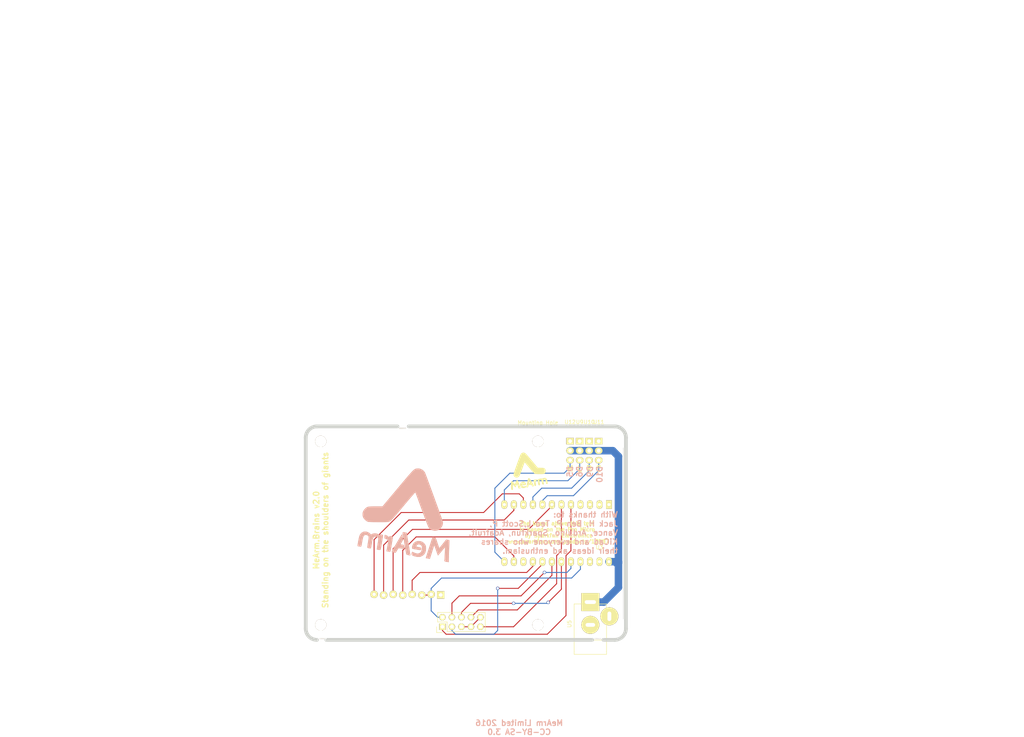
<source format=kicad_pcb>
(kicad_pcb (version 4) (host pcbnew "(2015-01-16 BZR 5376)-product")

  (general
    (links 35)
    (no_connects 10)
    (area 11.500001 -41.798043 285.160877 154.8)
    (thickness 1.6)
    (drawings 43)
    (tracks 122)
    (zones 0)
    (modules 29)
    (nets 23)
  )

  (page A4)
  (layers
    (0 F.Cu signal)
    (1 In1.Cu signal)
    (2 In2.Cu signal)
    (31 B.Cu signal)
    (32 B.Adhes user)
    (33 F.Adhes user)
    (34 B.Paste user)
    (35 F.Paste user)
    (36 B.SilkS user)
    (37 F.SilkS user)
    (38 B.Mask user)
    (39 F.Mask user)
    (40 Dwgs.User user)
    (41 Cmts.User user)
    (42 Eco1.User user)
    (43 Eco2.User user)
    (44 Edge.Cuts user)
    (45 Margin user)
    (46 B.CrtYd user)
    (47 F.CrtYd user)
    (48 B.Fab user)
    (49 F.Fab user)
  )

  (setup
    (last_trace_width 0.254)
    (user_trace_width 0.1524)
    (user_trace_width 1.1)
    (user_trace_width 2)
    (trace_clearance 0.254)
    (zone_clearance 0.508)
    (zone_45_only no)
    (trace_min 0)
    (segment_width 0.2)
    (edge_width 1)
    (via_size 0.889)
    (via_drill 0.635)
    (via_min_size 0.889)
    (via_min_drill 0.508)
    (uvia_size 0.508)
    (uvia_drill 0.127)
    (uvias_allowed no)
    (uvia_min_size 0.508)
    (uvia_min_drill 0.127)
    (pcb_text_width 0.3)
    (pcb_text_size 1.5 1.5)
    (mod_edge_width 0.15)
    (mod_text_size 1 1)
    (mod_text_width 0.15)
    (pad_size 2.75 2.75)
    (pad_drill 2.75)
    (pad_to_mask_clearance 0)
    (aux_axis_origin 0 0)
    (visible_elements 7FFFFF7F)
    (pcbplotparams
      (layerselection 0x010f0_80000001)
      (usegerberextensions true)
      (excludeedgelayer true)
      (linewidth 0.100000)
      (plotframeref false)
      (viasonmask false)
      (mode 1)
      (useauxorigin false)
      (hpglpennumber 1)
      (hpglpenspeed 20)
      (hpglpendiameter 15)
      (hpglpenoverlay 2)
      (psnegative false)
      (psa4output false)
      (plotreference false)
      (plotvalue false)
      (plotinvisibletext false)
      (padsonsilk false)
      (subtractmaskfromsilk true)
      (outputformat 1)
      (mirror false)
      (drillshape 0)
      (scaleselection 1)
      (outputdirectory Gerbers/))
  )

  (net 0 "")
  (net 1 GND)
  (net 2 +6V)
  (net 3 I2C_SDA)
  (net 4 I2C_SCLK)
  (net 5 BT_TX)
  (net 6 BT_RX)
  (net 7 LCD_DC)
  (net 8 RIGHT)
  (net 9 LEFT)
  (net 10 LCD_RST)
  (net 11 LCD_CE)
  (net 12 WAIST)
  (net 13 CLAW)
  (net 14 MOSI_D16)
  (net 15 MISO_D14)
  (net 16 SCLK_D15)
  (net 17 A0)
  (net 18 A1)
  (net 19 A2)
  (net 20 A3)
  (net 21 RST)
  (net 22 5V)

  (net_class Default "This is the default net class."
    (clearance 0.254)
    (trace_width 0.254)
    (via_dia 0.889)
    (via_drill 0.635)
    (uvia_dia 0.508)
    (uvia_drill 0.127)
    (add_net +6V)
    (add_net 5V)
    (add_net A0)
    (add_net A1)
    (add_net A2)
    (add_net A3)
    (add_net BT_RX)
    (add_net BT_TX)
    (add_net CLAW)
    (add_net GND)
    (add_net I2C_SCLK)
    (add_net I2C_SDA)
    (add_net LCD_CE)
    (add_net LCD_DC)
    (add_net LCD_RST)
    (add_net LEFT)
    (add_net MISO_D14)
    (add_net MOSI_D16)
    (add_net RIGHT)
    (add_net RST)
    (add_net SCLK_D15)
    (add_net WAIST)
  )

  (module Brains:Nokia5510LCD (layer F.Cu) (tedit 56FCFCC7) (tstamp 553F5A70)
    (at 120.65 114.3)
    (path /550BFF9E)
    (fp_text reference "" (at 0 -7.62) (layer F.SilkS)
      (effects (font (size 1.5 1.5) (thickness 0.15)))
    )
    (fp_text value "" (at 0 5.08) (layer F.SilkS)
      (effects (font (size 1.5 1.5) (thickness 0.15)))
    )
    (fp_text user "" (at -3.175 12.065) (layer F.SilkS)
      (effects (font (size 1.5 1.5) (thickness 0.15)))
    )
    (pad 1 thru_hole circle (at -8.89 2.54) (size 2 2) (drill 0.9) (layers *.Cu *.Mask F.SilkS)
      (net 10 LCD_RST))
    (pad 2 thru_hole circle (at -6.35 2.75) (size 2 2) (drill 1) (layers *.Cu *.Mask F.SilkS)
      (net 11 LCD_CE))
    (pad 3 thru_hole circle (at -3.81 2.54) (size 2 2) (drill 1) (layers *.Cu *.Mask F.SilkS)
      (net 7 LCD_DC))
    (pad 4 thru_hole circle (at -1.25 2.75) (size 2 2) (drill 1) (layers *.Cu *.Mask F.SilkS)
      (net 14 MOSI_D16))
    (pad 5 thru_hole circle (at 1.27 2.54) (size 2 2) (drill 1) (layers *.Cu *.Mask F.SilkS)
      (net 16 SCLK_D15))
    (pad 6 thru_hole circle (at 3.85 2.75) (size 2 2) (drill 1) (layers *.Cu *.Mask F.SilkS)
      (net 22 5V))
    (pad 7 thru_hole circle (at 6.35 2.54) (size 2 2) (drill 1) (layers *.Cu *.Mask F.SilkS)
      (net 22 5V))
    (pad 8 thru_hole rect (at 8.9 2.7) (size 2 2) (drill 1) (layers *.Cu *.Mask F.SilkS)
      (net 1 GND))
  )

  (module Pin_Headers:Pin_Header_Straight_1x03 (layer F.Cu) (tedit 56FBF827) (tstamp 55115DB5)
    (at 171.735 75.946)
    (descr "Through hole pin header")
    (tags "pin header")
    (path /550C0186)
    (fp_text reference U11 (at 0 -5.1) (layer F.SilkS)
      (effects (font (size 1 1) (thickness 0.15)))
    )
    (fp_text value Servo (at 0 -3.1) (layer F.Fab)
      (effects (font (size 1 1) (thickness 0.15)))
    )
    (fp_line (start -1.75 -1.75) (end -1.75 6.85) (layer F.CrtYd) (width 0.05))
    (fp_line (start 1.75 -1.75) (end 1.75 6.85) (layer F.CrtYd) (width 0.05))
    (fp_line (start -1.75 -1.75) (end 1.75 -1.75) (layer F.CrtYd) (width 0.05))
    (fp_line (start -1.75 6.85) (end 1.75 6.85) (layer F.CrtYd) (width 0.05))
    (pad 1 thru_hole rect (at 0 0) (size 2.032 1.7272) (drill 1.016) (layers *.Cu *.Mask F.SilkS)
      (net 1 GND))
    (pad 2 thru_hole oval (at 0 2.54) (size 2.032 1.7272) (drill 1.016) (layers *.Cu *.Mask F.SilkS)
      (net 2 +6V))
    (pad 3 thru_hole oval (at 0 5.08) (size 2.032 1.7272) (drill 1.016) (layers *.Cu *.Mask F.SilkS)
      (net 8 RIGHT))
    (model Pin_Headers.3dshapes/Pin_Header_Straight_1x03.wrl
      (at (xyz 0 -0.1 0))
      (scale (xyz 1 1 1))
      (rotate (xyz 0 0 90))
    )
  )

  (module Pin_Headers:Pin_Header_Straight_1x03 (layer F.Cu) (tedit 56FBF813) (tstamp 55115DA3)
    (at 169.195 75.946)
    (descr "Through hole pin header")
    (tags "pin header")
    (path /550C01D9)
    (fp_text reference U10 (at 0 -5.1) (layer F.SilkS)
      (effects (font (size 1 1) (thickness 0.15)))
    )
    (fp_text value Servo (at 0 -3.1) (layer F.Fab)
      (effects (font (size 1 1) (thickness 0.15)))
    )
    (fp_line (start -1.75 -1.75) (end -1.75 6.85) (layer F.CrtYd) (width 0.05))
    (fp_line (start 1.75 -1.75) (end 1.75 6.85) (layer F.CrtYd) (width 0.05))
    (fp_line (start -1.75 -1.75) (end 1.75 -1.75) (layer F.CrtYd) (width 0.05))
    (fp_line (start -1.75 6.85) (end 1.75 6.85) (layer F.CrtYd) (width 0.05))
    (pad 1 thru_hole rect (at 0 0) (size 2.032 1.7272) (drill 1.016) (layers *.Cu *.Mask F.SilkS)
      (net 1 GND))
    (pad 2 thru_hole oval (at 0 2.54) (size 2.032 1.7272) (drill 1.016) (layers *.Cu *.Mask F.SilkS)
      (net 2 +6V))
    (pad 3 thru_hole oval (at 0 5.08) (size 2.032 1.7272) (drill 1.016) (layers *.Cu *.Mask F.SilkS)
      (net 9 LEFT))
    (model Pin_Headers.3dshapes/Pin_Header_Straight_1x03.wrl
      (at (xyz 0 -0.1 0))
      (scale (xyz 1 1 1))
      (rotate (xyz 0 0 90))
    )
  )

  (module Pin_Headers:Pin_Header_Straight_1x03 (layer F.Cu) (tedit 56FBF7EF) (tstamp 56EFFC93)
    (at 166.655 75.946)
    (descr "Through hole pin header")
    (tags "pin header")
    (path /550C0236)
    (fp_text reference U9 (at 0 -5.1) (layer F.SilkS)
      (effects (font (size 1 1) (thickness 0.15)))
    )
    (fp_text value Servo (at 0 -3.1) (layer F.Fab)
      (effects (font (size 1 1) (thickness 0.15)))
    )
    (fp_line (start -1.75 -1.75) (end -1.75 6.85) (layer F.CrtYd) (width 0.05))
    (fp_line (start 1.75 -1.75) (end 1.75 6.85) (layer F.CrtYd) (width 0.05))
    (fp_line (start -1.75 -1.75) (end 1.75 -1.75) (layer F.CrtYd) (width 0.05))
    (fp_line (start -1.75 6.85) (end 1.75 6.85) (layer F.CrtYd) (width 0.05))
    (pad 1 thru_hole rect (at 0 0) (size 2.032 1.7272) (drill 1.016) (layers *.Cu *.Mask F.SilkS)
      (net 1 GND))
    (pad 2 thru_hole oval (at 0 2.54) (size 2.032 1.7272) (drill 1.016) (layers *.Cu *.Mask F.SilkS)
      (net 2 +6V))
    (pad 3 thru_hole oval (at 0 5.08) (size 2.032 1.7272) (drill 1.016) (layers *.Cu *.Mask F.SilkS)
      (net 12 WAIST))
    (model Pin_Headers.3dshapes/Pin_Header_Straight_1x03.wrl
      (at (xyz 0 -0.1 0))
      (scale (xyz 1 1 1))
      (rotate (xyz 0 0 90))
    )
  )

  (module Pin_Headers:Pin_Header_Straight_1x03 (layer F.Cu) (tedit 56FBF7CE) (tstamp 553FA077)
    (at 164.095 75.935)
    (descr "Through hole pin header")
    (tags "pin header")
    (path /550C0141)
    (fp_text reference U12 (at 0 -5.1) (layer F.SilkS)
      (effects (font (size 1 1) (thickness 0.15)))
    )
    (fp_text value Servo (at 0 -3.1) (layer F.Fab)
      (effects (font (size 1 1) (thickness 0.15)))
    )
    (fp_line (start -1.75 -1.75) (end -1.75 6.85) (layer F.CrtYd) (width 0.05))
    (fp_line (start 1.75 -1.75) (end 1.75 6.85) (layer F.CrtYd) (width 0.05))
    (fp_line (start -1.75 -1.75) (end 1.75 -1.75) (layer F.CrtYd) (width 0.05))
    (fp_line (start -1.75 6.85) (end 1.75 6.85) (layer F.CrtYd) (width 0.05))
    (pad 1 thru_hole rect (at 0 0) (size 2.032 1.7272) (drill 1.016) (layers *.Cu *.Mask F.SilkS)
      (net 1 GND))
    (pad 2 thru_hole oval (at 0 2.54) (size 2.032 1.7272) (drill 1.016) (layers *.Cu *.Mask F.SilkS)
      (net 2 +6V))
    (pad 3 thru_hole oval (at 0 5.08) (size 2.032 1.7272) (drill 1.016) (layers *.Cu *.Mask F.SilkS)
      (net 13 CLAW))
    (model Pin_Headers.3dshapes/Pin_Header_Straight_1x03.wrl
      (at (xyz 0 -0.1 0))
      (scale (xyz 1 1 1))
      (rotate (xyz 0 0 90))
    )
  )

  (module Sockets_DIP:DIP-24__600_ELL (layer F.Cu) (tedit 5579B4B4) (tstamp 55115D2A)
    (at 160.5 100.5 180)
    (descr "24 pins DIL package, elliptical pads")
    (tags DIL)
    (path /550C12FC)
    (fp_text reference U3 (at -11.43 -3.81 180) (layer F.SilkS)
      (effects (font (size 1 1) (thickness 0.15)))
    )
    (fp_text value promicro (at 0 2.54 180) (layer F.Fab)
      (effects (font (size 1 1) (thickness 0.15)))
    )
    (pad 1 thru_hole rect (at -13.97 7.62 180) (size 1.5748 2.286) (drill 0.8128) (layers *.Cu *.Mask F.SilkS)
      (net 5 BT_TX))
    (pad 2 thru_hole oval (at -11.43 7.62 180) (size 1.5748 2.286) (drill 0.8128) (layers *.Cu *.Mask F.SilkS)
      (net 6 BT_RX))
    (pad 3 thru_hole oval (at -8.89 7.62 180) (size 1.5748 2.286) (drill 0.8128) (layers *.Cu *.Mask F.SilkS)
      (net 1 GND))
    (pad 4 thru_hole oval (at -6.35 7.62 180) (size 1.5748 2.286) (drill 0.8128) (layers *.Cu *.Mask F.SilkS)
      (net 1 GND))
    (pad 5 thru_hole oval (at -3.81 7.62 180) (size 1.5748 2.286) (drill 0.8128) (layers *.Cu *.Mask F.SilkS)
      (net 3 I2C_SDA))
    (pad 6 thru_hole oval (at -1.27 7.62 180) (size 1.5748 2.286) (drill 0.8128) (layers *.Cu *.Mask F.SilkS)
      (net 4 I2C_SCLK))
    (pad 7 thru_hole oval (at 1.27 7.62 180) (size 1.5748 2.286) (drill 0.8128) (layers *.Cu *.Mask F.SilkS)
      (net 7 LCD_DC))
    (pad 8 thru_hole oval (at 3.81 7.62 180) (size 1.5748 2.286) (drill 0.8128) (layers *.Cu *.Mask F.SilkS)
      (net 8 RIGHT))
    (pad 9 thru_hole oval (at 6.35 7.62 180) (size 1.5748 2.286) (drill 0.8128) (layers *.Cu *.Mask F.SilkS)
      (net 9 LEFT))
    (pad 10 thru_hole oval (at 8.89 7.62 180) (size 1.5748 2.286) (drill 0.8128) (layers *.Cu *.Mask F.SilkS)
      (net 10 LCD_RST))
    (pad 11 thru_hole oval (at 11.43 7.62 180) (size 1.5748 2.286) (drill 0.8128) (layers *.Cu *.Mask F.SilkS)
      (net 11 LCD_CE))
    (pad 12 thru_hole oval (at 13.97 7.62 180) (size 1.5748 2.286) (drill 0.8128) (layers *.Cu *.Mask F.SilkS)
      (net 12 WAIST))
    (pad 13 thru_hole oval (at 13.97 -7.62 180) (size 1.5748 2.286) (drill 0.8128) (layers *.Cu *.Mask F.SilkS)
      (net 13 CLAW))
    (pad 14 thru_hole oval (at 11.43 -7.62 180) (size 1.5748 2.286) (drill 0.8128) (layers *.Cu *.Mask F.SilkS)
      (net 14 MOSI_D16))
    (pad 15 thru_hole oval (at 8.89 -7.62 180) (size 1.5748 2.286) (drill 0.8128) (layers *.Cu *.Mask F.SilkS)
      (net 15 MISO_D14))
    (pad 16 thru_hole oval (at 6.35 -7.62 180) (size 1.5748 2.286) (drill 0.8128) (layers *.Cu *.Mask F.SilkS)
      (net 16 SCLK_D15))
    (pad 17 thru_hole oval (at 3.81 -7.62 180) (size 1.5748 2.286) (drill 0.8128) (layers *.Cu *.Mask F.SilkS)
      (net 17 A0))
    (pad 18 thru_hole oval (at 1.27 -7.62 180) (size 1.5748 2.286) (drill 0.8128) (layers *.Cu *.Mask F.SilkS)
      (net 18 A1))
    (pad 19 thru_hole oval (at -1.27 -7.62 180) (size 1.5748 2.286) (drill 0.8128) (layers *.Cu *.Mask F.SilkS)
      (net 19 A2))
    (pad 20 thru_hole oval (at -3.81 -7.62 180) (size 1.5748 2.286) (drill 0.8128) (layers *.Cu *.Mask F.SilkS)
      (net 20 A3))
    (pad 21 thru_hole oval (at -6.35 -7.62 180) (size 1.5748 2.286) (drill 0.8128) (layers *.Cu *.Mask F.SilkS)
      (net 22 5V))
    (pad 22 thru_hole oval (at -8.89 -7.62 180) (size 1.5748 2.286) (drill 0.8128) (layers *.Cu *.Mask F.SilkS)
      (net 21 RST))
    (pad 23 thru_hole oval (at -11.43 -7.62 180) (size 1.5748 2.286) (drill 0.8128) (layers *.Cu *.Mask F.SilkS)
      (net 1 GND))
    (pad 24 thru_hole oval (at -13.97 -7.62 180) (size 1.5748 2.286) (drill 0.8128) (layers *.Cu *.Mask F.SilkS)
      (net 2 +6V))
    (model Sockets_DIP.3dshapes/DIP-24__600_ELL.wrl
      (at (xyz 0 0 0))
      (scale (xyz 1 1 1))
      (rotate (xyz 0 0 0))
    )
  )

  (module Brains:TinyDrillHole (layer F.Cu) (tedit 5579B018) (tstamp 5579B5B3)
    (at 98.933 128.651)
    (fp_text reference "" (at 0 0) (layer F.SilkS)
      (effects (font (size 1 1) (thickness 0.15)))
    )
    (fp_text value "" (at 0 0 90) (layer F.SilkS)
      (effects (font (size 1 1) (thickness 0.15)))
    )
    (pad 2 thru_hole circle (at 0 0) (size 0.3 0.3) (drill 0.3) (layers *.Cu *.Mask F.SilkS))
  )

  (module Brains:TinyDrillHole (layer F.Cu) (tedit 5579B018) (tstamp 5579B5AF)
    (at 98.552 128.651)
    (fp_text reference "" (at 0 0) (layer F.SilkS)
      (effects (font (size 1 1) (thickness 0.15)))
    )
    (fp_text value "" (at 0 0 90) (layer F.SilkS)
      (effects (font (size 1 1) (thickness 0.15)))
    )
    (pad 2 thru_hole circle (at 0 0) (size 0.3 0.3) (drill 0.3) (layers *.Cu *.Mask F.SilkS))
  )

  (module Brains:TinyDrillHole (layer F.Cu) (tedit 5579B018) (tstamp 5579B5AB)
    (at 98.171 128.651)
    (fp_text reference "" (at 0 0) (layer F.SilkS)
      (effects (font (size 1 1) (thickness 0.15)))
    )
    (fp_text value "" (at 0 0 90) (layer F.SilkS)
      (effects (font (size 1 1) (thickness 0.15)))
    )
    (pad 2 thru_hole circle (at 0 0) (size 0.3 0.3) (drill 0.3) (layers *.Cu *.Mask F.SilkS))
  )

  (module Brains:TinyDrillHole (layer F.Cu) (tedit 5579B018) (tstamp 5579B5A7)
    (at 97.79 128.651)
    (fp_text reference "" (at 0 0) (layer F.SilkS)
      (effects (font (size 1 1) (thickness 0.15)))
    )
    (fp_text value "" (at 0 0 90) (layer F.SilkS)
      (effects (font (size 1 1) (thickness 0.15)))
    )
    (pad 2 thru_hole circle (at 0 0) (size 0.3 0.3) (drill 0.3) (layers *.Cu *.Mask F.SilkS))
  )

  (module TinyDrillHole (layer F.Cu) (tedit 5579B018) (tstamp 5579B5A3)
    (at 97.409 128.651)
    (fp_text reference "" (at 0 0) (layer F.SilkS)
      (effects (font (size 1 1) (thickness 0.15)))
    )
    (fp_text value "" (at 0 0 90) (layer F.SilkS)
      (effects (font (size 1 1) (thickness 0.15)))
    )
    (pad 2 thru_hole circle (at 0 0) (size 0.3 0.3) (drill 0.3) (layers *.Cu *.Mask F.SilkS))
  )

  (module Brains:TinyDrillHole (layer F.Cu) (tedit 5579B018) (tstamp 5579B58B)
    (at 172.339 128.651)
    (fp_text reference "" (at 0 0) (layer F.SilkS)
      (effects (font (size 1 1) (thickness 0.15)))
    )
    (fp_text value "" (at 0 0 90) (layer F.SilkS)
      (effects (font (size 1 1) (thickness 0.15)))
    )
    (pad 2 thru_hole circle (at 0 0) (size 0.3 0.3) (drill 0.3) (layers *.Cu *.Mask F.SilkS))
  )

  (module Brains:TinyDrillHole (layer F.Cu) (tedit 5579B018) (tstamp 5579B587)
    (at 171.958 128.651)
    (fp_text reference "" (at 0 0) (layer F.SilkS)
      (effects (font (size 1 1) (thickness 0.15)))
    )
    (fp_text value "" (at 0 0 90) (layer F.SilkS)
      (effects (font (size 1 1) (thickness 0.15)))
    )
    (pad 2 thru_hole circle (at 0 0) (size 0.3 0.3) (drill 0.3) (layers *.Cu *.Mask F.SilkS))
  )

  (module Brains:TinyDrillHole (layer F.Cu) (tedit 5579B018) (tstamp 5579B583)
    (at 171.577 128.651)
    (fp_text reference "" (at 0 0) (layer F.SilkS)
      (effects (font (size 1 1) (thickness 0.15)))
    )
    (fp_text value "" (at 0 0 90) (layer F.SilkS)
      (effects (font (size 1 1) (thickness 0.15)))
    )
    (pad 2 thru_hole circle (at 0 0) (size 0.3 0.3) (drill 0.3) (layers *.Cu *.Mask F.SilkS))
  )

  (module Brains:TinyDrillHole (layer F.Cu) (tedit 5579B018) (tstamp 5579B57F)
    (at 171.196 128.651)
    (fp_text reference "" (at 0 0) (layer F.SilkS)
      (effects (font (size 1 1) (thickness 0.15)))
    )
    (fp_text value "" (at 0 0 90) (layer F.SilkS)
      (effects (font (size 1 1) (thickness 0.15)))
    )
    (pad 2 thru_hole circle (at 0 0) (size 0.3 0.3) (drill 0.3) (layers *.Cu *.Mask F.SilkS))
  )

  (module TinyDrillHole (layer F.Cu) (tedit 5579B018) (tstamp 5579B57B)
    (at 170.815 128.651)
    (fp_text reference "" (at 0 0) (layer F.SilkS)
      (effects (font (size 1 1) (thickness 0.15)))
    )
    (fp_text value "" (at 0 0 90) (layer F.SilkS)
      (effects (font (size 1 1) (thickness 0.15)))
    )
    (pad 2 thru_hole circle (at 0 0) (size 0.3 0.3) (drill 0.3) (layers *.Cu *.Mask F.SilkS))
  )

  (module TinyDrillHole (layer F.Cu) (tedit 5579B018) (tstamp 55798979)
    (at 118.618 72.517)
    (fp_text reference "" (at 0 0) (layer F.SilkS)
      (effects (font (size 1 1) (thickness 0.15)))
    )
    (fp_text value "" (at 0 0 90) (layer F.SilkS)
      (effects (font (size 1 1) (thickness 0.15)))
    )
    (pad 2 thru_hole circle (at 0 0) (size 0.3 0.3) (drill 0.3) (layers *.Cu *.Mask F.SilkS))
  )

  (module Pin_Headers:Pin_Header_Straight_2x05 (layer F.Cu) (tedit 56FCFB8B) (tstamp 55115D44)
    (at 130 125.5 90)
    (descr "Through hole pin header")
    (tags "pin header")
    (path /550C095A)
    (fp_text reference "" (at 0 -5.1 90) (layer F.SilkS)
      (effects (font (size 1 1) (thickness 0.15)))
    )
    (fp_text value JoyConnectISP (at -3.556 5.207 360) (layer F.Fab)
      (effects (font (size 1 1) (thickness 0.15)))
    )
    (fp_line (start -1.75 -1.75) (end -1.75 11.95) (layer F.CrtYd) (width 0.05))
    (fp_line (start 4.3 -1.75) (end 4.3 11.95) (layer F.CrtYd) (width 0.05))
    (fp_line (start -1.75 -1.75) (end 4.3 -1.75) (layer F.CrtYd) (width 0.05))
    (fp_line (start -1.75 11.95) (end 4.3 11.95) (layer F.CrtYd) (width 0.05))
    (fp_line (start 3.81 -1.27) (end 3.81 11.43) (layer F.SilkS) (width 0.15))
    (fp_line (start 3.81 11.43) (end -1.27 11.43) (layer F.SilkS) (width 0.15))
    (fp_line (start -1.27 11.43) (end -1.27 1.27) (layer F.SilkS) (width 0.15))
    (fp_line (start 3.81 -1.27) (end 1.27 -1.27) (layer F.SilkS) (width 0.15))
    (fp_line (start 0 -1.55) (end -1.55 -1.55) (layer F.SilkS) (width 0.15))
    (fp_line (start 1.27 -1.27) (end 1.27 1.27) (layer F.SilkS) (width 0.15))
    (fp_line (start 1.27 1.27) (end -1.27 1.27) (layer F.SilkS) (width 0.15))
    (fp_line (start -1.55 -1.55) (end -1.55 0) (layer F.SilkS) (width 0.15))
    (pad 1 thru_hole rect (at 0 0 90) (size 1.7272 1.7272) (drill 1.016) (layers *.Cu *.Mask F.SilkS)
      (net 3 I2C_SDA))
    (pad 2 thru_hole oval (at 2.54 0 90) (size 1.7272 1.7272) (drill 1.016) (layers *.Cu *.Mask F.SilkS)
      (net 22 5V))
    (pad 3 thru_hole oval (at 0 2.54 90) (size 1.7272 1.7272) (drill 1.016) (layers *.Cu *.Mask F.SilkS)
      (net 17 A0))
    (pad 4 thru_hole oval (at 2.54 2.54 90) (size 1.7272 1.7272) (drill 1.016) (layers *.Cu *.Mask F.SilkS)
      (net 20 A3))
    (pad 5 thru_hole oval (at 0 5.08 90) (size 1.7272 1.7272) (drill 1.016) (layers *.Cu *.Mask F.SilkS)
      (net 1 GND))
    (pad 6 thru_hole oval (at 2.54 5.08 90) (size 1.7272 1.7272) (drill 1.016) (layers *.Cu *.Mask F.SilkS)
      (net 19 A2))
    (pad 7 thru_hole oval (at 0 7.62 90) (size 1.7272 1.7272) (drill 1.016) (layers *.Cu *.Mask F.SilkS)
      (net 1 GND))
    (pad 8 thru_hole oval (at 2.54 7.62 90) (size 1.7272 1.7272) (drill 1.016) (layers *.Cu *.Mask F.SilkS)
      (net 18 A1))
    (pad 9 thru_hole oval (at 0 10.16 90) (size 1.7272 1.7272) (drill 1.016) (layers *.Cu *.Mask F.SilkS)
      (net 4 I2C_SCLK))
    (pad 10 thru_hole oval (at 2.54 10.16 90) (size 1.7272 1.7272) (drill 1.016) (layers *.Cu *.Mask F.SilkS)
      (net 1 GND))
    (model Pin_Headers.3dshapes/Pin_Header_Straight_2x05.wrl
      (at (xyz 0.05 -0.2 0))
      (scale (xyz 1 1 1))
      (rotate (xyz 0 0 90))
    )
  )

  (module Connect:JACK_ALIM (layer F.Cu) (tedit 56FCF18C) (tstamp 55115D4B)
    (at 169.5 125 90)
    (descr "module 1 pin (ou trou mecanique de percage)")
    (tags "CONN JACK")
    (path /550C0A0B)
    (fp_text reference U5 (at 0.254 -5.588 90) (layer F.SilkS)
      (effects (font (size 1 1) (thickness 0.15)))
    )
    (fp_text value JACK_2MM1 (at -5.08 5.588 270) (layer F.Fab)
      (effects (font (size 1 1) (thickness 0.15)))
    )
    (fp_line (start -7.112 -4.318) (end -7.874 -4.318) (layer F.SilkS) (width 0.15))
    (fp_line (start -7.874 -4.318) (end -7.874 4.318) (layer F.SilkS) (width 0.15))
    (fp_line (start -7.874 4.318) (end -7.112 4.318) (layer F.SilkS) (width 0.15))
    (fp_line (start -4.064 -4.318) (end -4.064 4.318) (layer F.SilkS) (width 0.15))
    (fp_line (start 5.588 -4.318) (end 5.588 4.318) (layer F.SilkS) (width 0.15))
    (fp_line (start -7.112 4.318) (end 5.588 4.318) (layer F.SilkS) (width 0.15))
    (fp_line (start -7.112 -4.318) (end 5.588 -4.318) (layer F.SilkS) (width 0.15))
    (pad 2 thru_hole circle (at 0 0 90) (size 4.8006 4.8006) (drill oval 1.016 2.54) (layers *.Cu *.Mask F.SilkS)
      (net 1 GND))
    (pad 1 thru_hole rect (at 6.096 0 90) (size 4.8006 4.8006) (drill oval 1.016 3) (layers *.Cu *.Mask F.SilkS)
      (net 2 +6V))
    (pad 3 thru_hole circle (at 2.286 5.08 90) (size 4.8006 4.8006) (drill oval 2.54 1.016) (layers *.Cu *.Mask F.SilkS)
      (net 1 GND))
    (model Connect.3dshapes/JACK_ALIM.wrl
      (at (xyz 0 0 0))
      (scale (xyz 0.8 0.8 0.8))
      (rotate (xyz 0 0 0))
    )
  )

  (module Brains:Mounting_Hole (layer F.Cu) (tedit 56FCF941) (tstamp 56E7EE9B)
    (at 97.5 76)
    (fp_text reference "" (at 0 -5) (layer F.SilkS)
      (effects (font (size 1 1) (thickness 0.15)))
    )
    (fp_text value "" (at 4.5 0) (layer F.SilkS)
      (effects (font (size 1 1) (thickness 0.15)))
    )
    (pad "" thru_hole circle (at 0 0) (size 3 3) (drill 3) (layers *.Cu *.Mask F.SilkS))
  )

  (module Brains:Mounting_Hole (layer F.Cu) (tedit 56FCF94F) (tstamp 56E7EE95)
    (at 155.5 76)
    (fp_text reference Mounting_Hole (at 0 -5) (layer F.SilkS)
      (effects (font (size 1 1) (thickness 0.15)))
    )
    (fp_text value "" (at 0 5) (layer F.SilkS)
      (effects (font (size 1 1) (thickness 0.15)))
    )
    (pad "" thru_hole circle (at 0 0) (size 3 3) (drill 3) (layers *.Cu *.Mask F.SilkS))
  )

  (module Brains:Mounting_Hole (layer F.Cu) (tedit 56FCF95B) (tstamp 553FB07A)
    (at 97.5 125)
    (fp_text reference "" (at 0 -5) (layer F.SilkS)
      (effects (font (size 1 1) (thickness 0.15)))
    )
    (fp_text value "" (at 0 5) (layer F.SilkS)
      (effects (font (size 1 1) (thickness 0.15)))
    )
    (pad "" thru_hole circle (at 0 0) (size 3 3) (drill 3) (layers *.Cu *.Mask F.SilkS))
  )

  (module Brains:Mounting_Hole (layer F.Cu) (tedit 56FCFB72) (tstamp 553FB083)
    (at 155.5 125)
    (fp_text reference "" (at 0 -5) (layer F.SilkS)
      (effects (font (size 1 1) (thickness 0.15)))
    )
    (fp_text value "" (at 0 5) (layer F.SilkS)
      (effects (font (size 1 1) (thickness 0.15)))
    )
    (pad "" thru_hole circle (at 0 0) (size 3 3) (drill 3) (layers *.Cu *.Mask F.SilkS))
  )

  (module Brains:TinyDrillHole (layer F.Cu) (tedit 5579B018) (tstamp 5579B55B)
    (at 118.999 72.517)
    (fp_text reference "" (at 0 0) (layer F.SilkS)
      (effects (font (size 1 1) (thickness 0.15)))
    )
    (fp_text value "" (at 0 0 90) (layer F.SilkS)
      (effects (font (size 1 1) (thickness 0.15)))
    )
    (pad 2 thru_hole circle (at 0 0) (size 0.3 0.3) (drill 0.3) (layers *.Cu *.Mask F.SilkS))
  )

  (module Brains:TinyDrillHole (layer F.Cu) (tedit 5579B018) (tstamp 5579B564)
    (at 119.38 72.517)
    (fp_text reference "" (at 0 0) (layer F.SilkS)
      (effects (font (size 1 1) (thickness 0.15)))
    )
    (fp_text value "" (at 0 0 90) (layer F.SilkS)
      (effects (font (size 1 1) (thickness 0.15)))
    )
    (pad 2 thru_hole circle (at 0 0) (size 0.3 0.3) (drill 0.3) (layers *.Cu *.Mask F.SilkS))
  )

  (module Brains:TinyDrillHole (layer F.Cu) (tedit 5579B018) (tstamp 5579B56D)
    (at 119.761 72.517)
    (fp_text reference "" (at 0 0) (layer F.SilkS)
      (effects (font (size 1 1) (thickness 0.15)))
    )
    (fp_text value "" (at 0 0 90) (layer F.SilkS)
      (effects (font (size 1 1) (thickness 0.15)))
    )
    (pad 2 thru_hole circle (at 0 0) (size 0.3 0.3) (drill 0.3) (layers *.Cu *.Mask F.SilkS))
  )

  (module Brains:TinyDrillHole (layer F.Cu) (tedit 5579B018) (tstamp 5579B576)
    (at 120.142 72.517)
    (fp_text reference "" (at 0 0) (layer F.SilkS)
      (effects (font (size 1 1) (thickness 0.15)))
    )
    (fp_text value "" (at 0 0 90) (layer F.SilkS)
      (effects (font (size 1 1) (thickness 0.15)))
    )
    (pad 2 thru_hole circle (at 0 0) (size 0.3 0.3) (drill 0.3) (layers *.Cu *.Mask F.SilkS))
  )

  (module brains:MeArmLogo25mm (layer B.Cu) (tedit 55796BDC) (tstamp 56FC0ACE)
    (at 119.634 95.758 180)
    (fp_text reference G*** (at 0 0 180) (layer B.SilkS) hide
      (effects (font (thickness 0.3)) (justify mirror))
    )
    (fp_text value LOGO (at 0.75 0 180) (layer B.SilkS) hide
      (effects (font (thickness 0.3)) (justify mirror))
    )
    (fp_poly (pts (xy -5.957532 -11.387667) (xy -6.471266 -11.485801) (xy -6.741349 -11.535023) (xy -6.932376 -11.56534)
      (xy -6.99835 -11.570468) (xy -7.026289 -11.489431) (xy -7.097235 -11.269743) (xy -7.203881 -10.934439)
      (xy -7.338917 -10.506554) (xy -7.495034 -10.00912) (xy -7.58023 -9.736667) (xy -7.744714 -9.211848)
      (xy -7.892397 -8.744121) (xy -8.015856 -8.356709) (xy -8.107669 -8.072836) (xy -8.160412 -7.915725)
      (xy -8.169845 -7.891925) (xy -8.202954 -7.959552) (xy -8.281817 -8.162284) (xy -8.397176 -8.475076)
      (xy -8.539772 -8.872885) (xy -8.678473 -9.267758) (xy -8.83781 -9.721181) (xy -8.978428 -10.113388)
      (xy -9.090907 -10.418747) (xy -9.165828 -10.611628) (xy -9.19303 -10.668) (xy -9.252897 -10.605972)
      (xy -9.401676 -10.434184) (xy -9.62123 -10.174076) (xy -9.893419 -9.847091) (xy -10.124092 -9.567334)
      (xy -10.425219 -9.203631) (xy -10.688946 -8.89062) (xy -10.896794 -8.649791) (xy -11.030282 -8.502635)
      (xy -11.070567 -8.466667) (xy -11.081251 -8.54617) (xy -11.083699 -8.76454) (xy -11.078996 -9.091565)
      (xy -11.068228 -9.497036) (xy -11.052479 -9.950743) (xy -11.032835 -10.422474) (xy -11.010382 -10.882021)
      (xy -10.986204 -11.299172) (xy -10.961388 -11.643717) (xy -10.953011 -11.738811) (xy -10.928408 -11.984969)
      (xy -10.929682 -12.144067) (xy -10.98545 -12.241649) (xy -11.124328 -12.303258) (xy -11.374932 -12.354437)
      (xy -11.705166 -12.410194) (xy -12.022666 -12.464845) (xy -12.022216 -11.926256) (xy -12.025519 -11.697605)
      (xy -12.035059 -11.328299) (xy -12.049908 -10.846864) (xy -12.069139 -10.281826) (xy -12.091823 -9.661712)
      (xy -12.116293 -9.033465) (xy -12.139814 -8.420461) (xy -12.159034 -7.865011) (xy -12.173368 -7.388908)
      (xy -12.182229 -7.013944) (xy -12.185033 -6.761914) (xy -12.181193 -6.65461) (xy -12.180243 -6.652481)
      (xy -12.085651 -6.625564) (xy -11.880561 -6.587795) (xy -11.755701 -6.568557) (xy -11.361736 -6.511418)
      (xy -10.454609 -7.662561) (xy -10.15766 -8.035059) (xy -9.897436 -8.353273) (xy -9.691425 -8.596484)
      (xy -9.557116 -8.743969) (xy -9.512544 -8.778766) (xy -9.475451 -8.690733) (xy -9.394871 -8.469125)
      (xy -9.280352 -8.141182) (xy -9.141443 -7.734142) (xy -9.028801 -7.398747) (xy -8.579998 -6.053667)
      (xy -8.168064 -5.950324) (xy -7.929974 -5.894662) (xy -7.773733 -5.865865) (xy -7.740681 -5.865657)
      (xy -7.712094 -5.947721) (xy -7.637887 -6.172396) (xy -7.524112 -6.521037) (xy -7.376822 -6.974998)
      (xy -7.20207 -7.515634) (xy -7.005907 -8.124299) (xy -6.841381 -8.636) (xy -5.957532 -11.387667)
      (xy -5.957532 -11.387667)) (layer B.SilkS) (width 0.1))
    (fp_poly (pts (xy -2.16521 -10.367798) (xy -2.186054 -10.516404) (xy -2.198995 -10.538183) (xy -2.412445 -10.697785)
      (xy -2.748012 -10.840589) (xy -3.158619 -10.956735) (xy -3.597193 -11.036362) (xy -4.016658 -11.06961)
      (xy -4.369939 -11.046619) (xy -4.487881 -11.017615) (xy -5.043849 -10.761964) (xy -5.466563 -10.403848)
      (xy -5.758111 -9.940247) (xy -5.92058 -9.368142) (xy -5.958774 -8.89) (xy -5.949827 -8.499578)
      (xy -5.904503 -8.212719) (xy -5.811182 -7.965473) (xy -5.779522 -7.903356) (xy -5.447418 -7.447706)
      (xy -5.012262 -7.116318) (xy -4.497928 -6.921372) (xy -3.928292 -6.875045) (xy -3.787395 -6.887228)
      (xy -3.278882 -7.025646) (xy -2.859343 -7.299738) (xy -2.544848 -7.692342) (xy -2.351463 -8.186298)
      (xy -2.304748 -8.470675) (xy -2.286598 -8.715833) (xy -2.311672 -8.842192) (xy -2.406682 -8.89948)
      (xy -2.550947 -8.928987) (xy -2.756467 -8.965553) (xy -3.076944 -9.022802) (xy -3.460671 -9.091491)
      (xy -3.699736 -9.134347) (xy -4.110051 -9.204807) (xy -4.382297 -9.235089) (xy -4.544777 -9.216557)
      (xy -4.625791 -9.140574) (xy -4.653642 -8.998505) (xy -4.656666 -8.842355) (xy -4.653608 -8.747539)
      (xy -4.624618 -8.681027) (xy -4.539978 -8.629828) (xy -4.36997 -8.580947) (xy -4.084873 -8.521392)
      (xy -3.793428 -8.464951) (xy -3.499904 -8.391064) (xy -3.36598 -8.297311) (xy -3.382037 -8.157601)
      (xy -3.538456 -7.94584) (xy -3.583375 -7.895167) (xy -3.822792 -7.741394) (xy -4.114986 -7.709578)
      (xy -4.416289 -7.78249) (xy -4.683037 -7.9429) (xy -4.871562 -8.173578) (xy -4.938327 -8.42979)
      (xy -4.918771 -8.906242) (xy -4.846929 -9.329769) (xy -4.73222 -9.657501) (xy -4.636958 -9.801202)
      (xy -4.331468 -10.060481) (xy -3.997672 -10.199744) (xy -3.615445 -10.218599) (xy -3.164658 -10.116652)
      (xy -2.625184 -9.893511) (xy -2.354238 -9.756679) (xy -2.288749 -9.79805) (xy -2.227873 -9.951665)
      (xy -2.182922 -10.160566) (xy -2.16521 -10.367798) (xy -2.16521 -10.367798)) (layer B.SilkS) (width 0.1))
    (fp_poly (pts (xy 0.218379 -4.667589) (xy 0.210183 -4.83054) (xy 0.176421 -5.08361) (xy 0.114536 -5.447557)
      (xy 0.021972 -5.943133) (xy -0.05476 -6.340048) (xy -0.140286 -6.811495) (xy -0.216292 -7.289655)
      (xy -0.273773 -7.714297) (xy -0.301547 -7.991048) (xy -0.341218 -8.362831) (xy -0.401989 -8.728387)
      (xy -0.461332 -8.974667) (xy -0.548316 -9.296453) (xy -0.61863 -9.622183) (xy -0.630855 -9.694334)
      (xy -0.689528 -10.059929) (xy -0.740797 -10.292162) (xy -0.802942 -10.425047) (xy -0.894238 -10.492596)
      (xy -1.032964 -10.528824) (xy -1.084358 -10.538269) (xy -1.349139 -10.589263) (xy -1.573107 -10.637218)
      (xy -1.5875 -10.640626) (xy -1.734848 -10.649454) (xy -1.780488 -10.613679) (xy -1.767643 -10.515975)
      (xy -1.730007 -10.270724) (xy -1.67072 -9.897392) (xy -1.592922 -9.415447) (xy -1.499752 -8.844355)
      (xy -1.394352 -8.203582) (xy -1.294489 -7.600615) (xy -0.806003 -4.66023) (xy -0.361886 -4.568032)
      (xy -0.096963 -4.525435) (xy 0.102653 -4.5158) (xy 0.168299 -4.529027) (xy 0.203566 -4.574003)
      (xy 0.218379 -4.667589) (xy 0.218379 -4.667589)) (layer B.SilkS) (width 0.1))
    (fp_poly (pts (xy 3.132667 -9.754981) (xy 3.057701 -9.797992) (xy 2.869045 -9.845567) (xy 2.772834 -9.86241)
      (xy 2.513734 -9.906678) (xy 2.310046 -9.948258) (xy 2.27256 -9.957772) (xy 2.174195 -9.933599)
      (xy 2.048083 -9.798591) (xy 1.879101 -9.534368) (xy 1.779796 -9.35892) (xy 1.573115 -9.015225)
      (xy 1.404263 -8.797229) (xy 1.28551 -8.720767) (xy 1.285236 -8.720767) (xy 1.1361 -8.736096)
      (xy 0.874106 -8.776455) (xy 0.55242 -8.833555) (xy 0.509052 -8.841763) (xy 0.20248 -8.895014)
      (xy -0.033049 -8.926131) (xy -0.154285 -8.929634) (xy -0.160872 -8.926684) (xy -0.168009 -8.830478)
      (xy -0.149431 -8.618467) (xy -0.11959 -8.40489) (xy -0.042333 -7.919072) (xy 0.379144 -7.849003)
      (xy 0.626166 -7.803306) (xy 0.792845 -7.763768) (xy 0.831204 -7.748351) (xy 0.805853 -7.666608)
      (xy 0.711516 -7.476132) (xy 0.566584 -7.213237) (xy 0.515213 -7.124349) (xy 0.168637 -6.530931)
      (xy 0.264553 -5.868965) (xy 0.316844 -5.541773) (xy 0.368493 -5.27454) (xy 0.409826 -5.116231)
      (xy 0.416132 -5.101705) (xy 0.465727 -5.152918) (xy 0.586209 -5.330843) (xy 0.765406 -5.614629)
      (xy 0.991145 -5.983423) (xy 1.251253 -6.416376) (xy 1.533558 -6.892636) (xy 1.825887 -7.391352)
      (xy 2.116068 -7.891672) (xy 2.391926 -8.372746) (xy 2.641291 -8.813722) (xy 2.851989 -9.193749)
      (xy 3.011848 -9.491976) (xy 3.108694 -9.687553) (xy 3.132667 -9.754981) (xy 3.132667 -9.754981)) (layer B.SilkS) (width 0.1))
    (fp_poly (pts (xy 5.08 -5.711164) (xy 5.075341 -5.976896) (xy 5.04361 -6.12018) (xy 4.95818 -6.187901)
      (xy 4.792421 -6.226944) (xy 4.78642 -6.22807) (xy 4.51371 -6.326739) (xy 4.272119 -6.493717)
      (xy 4.109492 -6.688719) (xy 4.068189 -6.832791) (xy 4.084299 -6.966251) (xy 4.125919 -7.233193)
      (xy 4.187588 -7.600623) (xy 4.263844 -8.035547) (xy 4.306351 -8.271401) (xy 4.540325 -9.557801)
      (xy 4.196329 -9.611086) (xy 3.941972 -9.654581) (xy 3.743869 -9.695418) (xy 3.713995 -9.703105)
      (xy 3.584542 -9.669292) (xy 3.530436 -9.548753) (xy 3.483856 -9.326503) (xy 3.420988 -8.993577)
      (xy 3.346543 -8.578451) (xy 3.265229 -8.109597) (xy 3.181756 -7.615492) (xy 3.100832 -7.124608)
      (xy 3.027167 -6.66542) (xy 2.96547 -6.266403) (xy 2.92045 -5.956031) (xy 2.896816 -5.762777)
      (xy 2.895886 -5.711893) (xy 3.004511 -5.667981) (xy 3.209478 -5.621389) (xy 3.446776 -5.582478)
      (xy 3.652394 -5.561611) (xy 3.762321 -5.569147) (xy 3.764987 -5.571209) (xy 3.802766 -5.684093)
      (xy 3.81 -5.780215) (xy 3.825501 -5.864715) (xy 3.892007 -5.855355) (xy 4.039522 -5.741883)
      (xy 4.115739 -5.675766) (xy 4.478666 -5.409958) (xy 4.811227 -5.268366) (xy 4.958512 -5.249334)
      (xy 5.033049 -5.297236) (xy 5.070959 -5.459992) (xy 5.08 -5.711164) (xy 5.08 -5.711164)) (layer B.SilkS) (width 0.1))
    (fp_poly (pts (xy 12.26992 -8.148294) (xy 12.266091 -8.166385) (xy 12.171735 -8.19783) (xy 11.963698 -8.244827)
      (xy 11.791759 -8.277957) (xy 11.614431 -8.31306) (xy 11.486092 -8.328833) (xy 11.394179 -8.303003)
      (xy 11.326127 -8.213297) (xy 11.269372 -8.037442) (xy 11.211349 -7.753167) (xy 11.139495 -7.338198)
      (xy 11.086268 -7.027334) (xy 10.982553 -6.462551) (xy 10.888361 -6.040352) (xy 10.794485 -5.735028)
      (xy 10.691719 -5.520869) (xy 10.57086 -5.372163) (xy 10.463779 -5.28876) (xy 10.186568 -5.192261)
      (xy 9.878792 -5.211182) (xy 9.591827 -5.326941) (xy 9.377048 -5.52096) (xy 9.293165 -5.712101)
      (xy 9.293427 -5.866771) (xy 9.320874 -6.153756) (xy 9.371255 -6.538984) (xy 9.440315 -6.988381)
      (xy 9.486324 -7.259707) (xy 9.581251 -7.835372) (xy 9.638103 -8.261679) (xy 9.656343 -8.533595)
      (xy 9.635435 -8.64609) (xy 9.634136 -8.646987) (xy 9.515523 -8.685337) (xy 9.307131 -8.72824)
      (xy 9.070962 -8.765944) (xy 8.869013 -8.788701) (xy 8.763287 -8.78676) (xy 8.760042 -8.784443)
      (xy 8.740083 -8.698061) (xy 8.696766 -8.474229) (xy 8.635563 -8.14236) (xy 8.561946 -7.731865)
      (xy 8.521809 -7.504131) (xy 8.404204 -6.88538) (xy 8.291672 -6.416532) (xy 8.176612 -6.078629)
      (xy 8.051423 -5.852716) (xy 7.908503 -5.719836) (xy 7.786415 -5.670144) (xy 7.46254 -5.656254)
      (xy 7.118477 -5.739) (xy 6.844444 -5.896606) (xy 6.84306 -5.897854) (xy 6.774102 -5.971906)
      (xy 6.728376 -6.064071) (xy 6.707074 -6.19704) (xy 6.711383 -6.393504) (xy 6.742496 -6.676157)
      (xy 6.8016 -7.06769) (xy 6.889887 -7.590794) (xy 6.949863 -7.934527) (xy 7.019322 -8.348273)
      (xy 7.072167 -8.698387) (xy 7.104055 -8.953151) (xy 7.110644 -9.080847) (xy 7.107918 -9.08912)
      (xy 7.00906 -9.119672) (xy 6.797043 -9.159306) (xy 6.628654 -9.184226) (xy 6.370268 -9.213199)
      (xy 6.232575 -9.201312) (xy 6.169201 -9.135322) (xy 6.143278 -9.045632) (xy 6.085395 -8.765077)
      (xy 6.014179 -8.385854) (xy 5.934364 -7.937102) (xy 5.850686 -7.447957) (xy 5.76788 -6.947557)
      (xy 5.690678 -6.465039) (xy 5.623817 -6.02954) (xy 5.572031 -5.670197) (xy 5.540055 -5.416147)
      (xy 5.532622 -5.296527) (xy 5.53348 -5.292895) (xy 5.635725 -5.21354) (xy 5.839288 -5.146874)
      (xy 5.898133 -5.135589) (xy 6.142302 -5.118285) (xy 6.286847 -5.177406) (xy 6.328216 -5.22332)
      (xy 6.4139 -5.31053) (xy 6.504768 -5.288765) (xy 6.62455 -5.185645) (xy 6.984518 -4.956027)
      (xy 7.42384 -4.8381) (xy 7.889975 -4.837359) (xy 8.330383 -4.959299) (xy 8.410648 -4.998835)
      (xy 8.733121 -5.171671) (xy 8.90423 -4.95414) (xy 9.177115 -4.709137) (xy 9.554537 -4.502788)
      (xy 9.971768 -4.368964) (xy 10.049954 -4.354571) (xy 10.534145 -4.35649) (xy 10.976843 -4.51092)
      (xy 11.35604 -4.802164) (xy 11.649729 -5.214525) (xy 11.804026 -5.605666) (xy 11.865396 -5.85116)
      (xy 11.93837 -6.186585) (xy 12.016697 -6.57731) (xy 12.094128 -6.988701) (xy 12.164416 -7.386127)
      (xy 12.221309 -7.734956) (xy 12.258561 -8.000556) (xy 12.26992 -8.148294) (xy 12.26992 -8.148294)) (layer B.SilkS) (width 0.1))
    (fp_poly (pts (xy 10.927479 0.209205) (xy 10.828708 -0.381) (xy 10.682731 -0.686019) (xy 10.427042 -1.014065)
      (xy 10.107106 -1.320385) (xy 9.768386 -1.560227) (xy 9.515177 -1.673944) (xy 9.319827 -1.709307)
      (xy 8.991751 -1.736951) (xy 8.522845 -1.757171) (xy 7.905007 -1.770261) (xy 7.130132 -1.776517)
      (xy 6.678844 -1.777173) (xy 5.963636 -1.776564) (xy 5.396487 -1.774281) (xy 4.956124 -1.768847)
      (xy 4.621271 -1.758783) (xy 4.370656 -1.742612) (xy 4.183003 -1.718856) (xy 4.037039 -1.686037)
      (xy 3.911491 -1.642677) (xy 3.785083 -1.587299) (xy 3.756845 -1.574194) (xy 3.665467 -1.531463)
      (xy 3.581037 -1.488015) (xy 3.495274 -1.43462) (xy 3.399898 -1.362046) (xy 3.28663 -1.261062)
      (xy 3.14719 -1.122437) (xy 2.973298 -0.936941) (xy 2.756675 -0.695342) (xy 2.489041 -0.38841)
      (xy 2.162116 -0.006914) (xy 1.767621 0.458378) (xy 1.297275 1.016696) (xy 0.742799 1.677272)
      (xy 0.095914 2.449336) (xy -0.635 3.322221) (xy -1.141025 3.92384) (xy -1.614372 4.481383)
      (xy -2.043967 4.982186) (xy -2.418737 5.413581) (xy -2.727609 5.762903) (xy -2.959509 6.017486)
      (xy -3.103365 6.164664) (xy -3.147756 6.196437) (xy -3.186475 6.108311) (xy -3.277539 5.875273)
      (xy -3.415629 5.511628) (xy -3.595428 5.031676) (xy -3.811619 4.449722) (xy -4.058885 3.780068)
      (xy -4.331909 3.037017) (xy -4.625373 2.23487) (xy -4.869062 1.566333) (xy -5.290027 0.415587)
      (xy -5.657748 -0.576795) (xy -5.973045 -1.412918) (xy -6.236739 -2.094888) (xy -6.449653 -2.624811)
      (xy -6.612607 -3.004793) (xy -6.726422 -3.236938) (xy -6.768082 -3.302) (xy -7.14385 -3.651777)
      (xy -7.619361 -3.909226) (xy -8.138259 -4.047647) (xy -8.376486 -4.064) (xy -8.79373 -4.026259)
      (xy -9.18437 -3.895681) (xy -9.318736 -3.831167) (xy -9.771812 -3.517968) (xy -10.125606 -3.104931)
      (xy -10.363032 -2.625699) (xy -10.467009 -2.113914) (xy -10.430002 -1.642733) (xy -10.387331 -1.503193)
      (xy -10.291525 -1.219871) (xy -10.148072 -0.807846) (xy -9.962461 -0.282199) (xy -9.740179 0.34199)
      (xy -9.486715 1.049642) (xy -9.207556 1.825677) (xy -8.908191 2.655015) (xy -8.594109 3.522577)
      (xy -8.270796 4.413281) (xy -7.943741 5.312049) (xy -7.618433 6.2038) (xy -7.300359 7.073456)
      (xy -6.995007 7.905935) (xy -6.707866 8.686157) (xy -6.444424 9.399045) (xy -6.210168 10.029516)
      (xy -6.010587 10.562492) (xy -5.851169 10.982892) (xy -5.737402 11.275637) (xy -5.674774 11.425647)
      (xy -5.671624 11.432043) (xy -5.379993 11.832567) (xy -4.973412 12.159311) (xy -4.496615 12.389289)
      (xy -3.994338 12.499517) (xy -3.61638 12.488014) (xy -3.459451 12.462583) (xy -3.316971 12.43341)
      (xy -3.180472 12.391856) (xy -3.041487 12.329283) (xy -2.891551 12.237051) (xy -2.722195 12.106522)
      (xy -2.524954 11.929057) (xy -2.29136 11.696018) (xy -2.012948 11.398766) (xy -1.681249 11.028662)
      (xy -1.287798 10.577068) (xy -0.824128 10.035345) (xy -0.281772 9.394853) (xy 0.347737 8.646955)
      (xy 1.072866 7.783012) (xy 1.535019 7.23199) (xy 5.612284 2.370667) (xy 7.389486 2.370666)
      (xy 8.077728 2.367937) (xy 8.62152 2.356104) (xy 9.045709 2.329706) (xy 9.375138 2.283278)
      (xy 9.634653 2.211356) (xy 9.849099 2.108478) (xy 10.043321 1.969179) (xy 10.242163 1.787996)
      (xy 10.300563 1.730494) (xy 10.669816 1.266525) (xy 10.877843 0.763209) (xy 10.927479 0.209205)
      (xy 10.927479 0.209205)) (layer B.SilkS) (width 0.1))
  )

  (module brains:MeArmLogo10mm (layer F.Cu) (tedit 55796C0A) (tstamp 56FD0207)
    (at 153.162 83.947)
    (fp_text reference G*** (at 0 0) (layer F.SilkS) hide
      (effects (font (thickness 0.3)))
    )
    (fp_text value LOGO (at 0.75 0) (layer F.SilkS) hide
      (effects (font (thickness 0.3)))
    )
    (fp_poly (pts (xy -2.40565 4.5085) (xy -2.408977 4.620311) (xy -2.539553 4.656127) (xy -2.573042 4.656667)
      (xy -2.687407 4.640694) (xy -2.772455 4.57016) (xy -2.849994 4.41114) (xy -2.941832 4.129711)
      (xy -2.967643 4.042833) (xy -3.063413 3.737471) (xy -3.149872 3.496137) (xy -3.210274 3.365038)
      (xy -3.215899 3.357896) (xy -3.275343 3.391073) (xy -3.359838 3.550167) (xy -3.430077 3.738896)
      (xy -3.520568 3.998891) (xy -3.598418 4.190305) (xy -3.633877 4.254236) (xy -3.709289 4.225198)
      (xy -3.85156 4.087973) (xy -4.025636 3.877654) (xy -4.20497 3.648128) (xy -4.309107 3.540421)
      (xy -4.36204 3.539109) (xy -4.387761 3.62877) (xy -4.38995 3.643463) (xy -4.400579 3.833606)
      (xy -4.39897 4.12584) (xy -4.387182 4.422212) (xy -4.373778 4.725713) (xy -4.383138 4.897555)
      (xy -4.424913 4.974905) (xy -4.508754 4.994928) (xy -4.536004 4.995333) (xy -4.638503 4.975761)
      (xy -4.702103 4.891684) (xy -4.744027 4.705059) (xy -4.771605 4.474913) (xy -4.800323 4.105683)
      (xy -4.820035 3.671573) (xy -4.826 3.331913) (xy -4.821577 3.010457) (xy -4.802161 2.82306)
      (xy -4.758537 2.734549) (xy -4.681485 2.709746) (xy -4.662852 2.709333) (xy -4.518033 2.776386)
      (xy -4.321566 2.956577) (xy -4.176019 3.12906) (xy -3.998896 3.348433) (xy -3.860024 3.501665)
      (xy -3.795736 3.552393) (xy -3.742923 3.480332) (xy -3.658092 3.287657) (xy -3.559288 3.015521)
      (xy -3.556 3.005667) (xy -3.439603 2.693574) (xy -3.338857 2.519926) (xy -3.236538 2.457052)
      (xy -3.213434 2.455333) (xy -3.160438 2.463208) (xy -3.110172 2.499134) (xy -3.055376 2.581562)
      (xy -2.98879 2.728943) (xy -2.903157 2.959729) (xy -2.791215 3.29237) (xy -2.645706 3.745319)
      (xy -2.459371 4.337026) (xy -2.40565 4.5085) (xy -2.40565 4.5085)) (layer F.SilkS) (width 0.1))
    (fp_poly (pts (xy -0.846666 4.126018) (xy -0.922216 4.283175) (xy -1.116315 4.402902) (xy -1.380139 4.473454)
      (xy -1.664862 4.483085) (xy -1.921661 4.420051) (xy -1.968502 4.395884) (xy -2.138434 4.227675)
      (xy -2.285077 3.97145) (xy -2.365722 3.70741) (xy -2.370666 3.640667) (xy -2.297538 3.316307)
      (xy -2.104705 3.054207) (xy -1.831995 2.883394) (xy -1.519237 2.832894) (xy -1.320713 2.875481)
      (xy -1.162343 2.98962) (xy -1.013847 3.178001) (xy -0.910538 3.382408) (xy -0.887731 3.544627)
      (xy -0.89854 3.571436) (xy -1.013374 3.632758) (xy -1.229193 3.67761) (xy -1.477946 3.69953)
      (xy -1.691579 3.692058) (xy -1.795891 3.656642) (xy -1.806667 3.579686) (xy -1.662991 3.51044)
      (xy -1.599026 3.492525) (xy -1.38606 3.408108) (xy -1.340533 3.306561) (xy -1.461107 3.184458)
      (xy -1.475128 3.175433) (xy -1.650744 3.136593) (xy -1.797322 3.225576) (xy -1.898231 3.401325)
      (xy -1.936838 3.622787) (xy -1.896511 3.848905) (xy -1.806838 3.994245) (xy -1.589279 4.11467)
      (xy -1.285056 4.115337) (xy -0.994833 4.02551) (xy -0.876731 4.011944) (xy -0.846666 4.126018)
      (xy -0.846666 4.126018)) (layer F.SilkS) (width 0.1))
    (fp_poly (pts (xy 0.07766 2.087345) (xy 0.049987 2.38402) (xy -0.018249 2.817652) (xy -0.128263 3.398792)
      (xy -0.203397 3.767667) (xy -0.273041 4.056952) (xy -0.344622 4.217664) (xy -0.440304 4.289353)
      (xy -0.504063 4.304166) (xy -0.644367 4.301152) (xy -0.66627 4.201239) (xy -0.652903 4.134832)
      (xy -0.621155 3.97214) (xy -0.571401 3.685834) (xy -0.511074 3.319712) (xy -0.461269 3.005667)
      (xy -0.374125 2.51866) (xy -0.28439 2.181222) (xy -0.183848 1.973679) (xy -0.064281 1.87636)
      (xy 0.016182 1.862667) (xy 0.065986 1.917078) (xy 0.07766 2.087345) (xy 0.07766 2.087345)) (layer F.SilkS) (width 0.1))
    (fp_poly (pts (xy 1.17687 3.919016) (xy 1.159684 3.996977) (xy 1.000308 4.056111) (xy 0.867149 3.986107)
      (xy 0.739506 3.800291) (xy 0.619529 3.626003) (xy 0.487526 3.570984) (xy 0.295006 3.592996)
      (xy 0.098447 3.618882) (xy 0.016649 3.577106) (xy 0.000012 3.440739) (xy 0 3.432836)
      (xy 0.038193 3.264939) (xy 0.169334 3.217333) (xy 0.297547 3.204409) (xy 0.327084 3.139053)
      (xy 0.264 2.981395) (xy 0.218713 2.892293) (xy 0.139023 2.557866) (xy 0.158035 2.370506)
      (xy 0.21731 2.080683) (xy 0.739173 3.006615) (xy 0.972791 3.435222) (xy 1.116989 3.73535)
      (xy 1.17687 3.919016) (xy 1.17687 3.919016)) (layer F.SilkS) (width 0.1))
    (fp_poly (pts (xy 2.032 2.370667) (xy 1.999051 2.508286) (xy 1.953381 2.54) (xy 1.834184 2.593864)
      (xy 1.753842 2.66092) (xy 1.691804 2.754206) (xy 1.674287 2.894653) (xy 1.700094 3.127232)
      (xy 1.73605 3.330629) (xy 1.788424 3.624374) (xy 1.802538 3.791769) (xy 1.772581 3.872656)
      (xy 1.692746 3.90688) (xy 1.650789 3.915429) (xy 1.55998 3.9208) (xy 1.494514 3.875644)
      (xy 1.440982 3.749964) (xy 1.385975 3.513763) (xy 1.324961 3.186542) (xy 1.260142 2.773393)
      (xy 1.245683 2.502774) (xy 1.286747 2.354023) (xy 1.388494 2.306479) (xy 1.538042 2.33371)
      (xy 1.685675 2.328314) (xy 1.733538 2.289444) (xy 1.856976 2.202957) (xy 1.981996 2.243011)
      (xy 2.032 2.370667) (xy 2.032 2.370667)) (layer F.SilkS) (width 0.1))
    (fp_poly (pts (xy 4.8959 3.200412) (xy 4.886124 3.332976) (xy 4.82717 3.381111) (xy 4.754984 3.386667)
      (xy 4.644967 3.366027) (xy 4.568634 3.28173) (xy 4.509939 3.100207) (xy 4.452837 2.787889)
      (xy 4.445062 2.738309) (xy 4.383822 2.476614) (xy 4.30023 2.267654) (xy 4.278819 2.233659)
      (xy 4.175792 2.134427) (xy 4.044897 2.141673) (xy 3.935918 2.186421) (xy 3.831618 2.239342)
      (xy 3.76735 2.30498) (xy 3.741118 2.414482) (xy 3.75093 2.598996) (xy 3.794792 2.889669)
      (xy 3.865396 3.288136) (xy 3.88831 3.47709) (xy 3.844645 3.546401) (xy 3.71699 3.542136)
      (xy 3.584893 3.492889) (xy 3.505743 3.362577) (xy 3.454506 3.132667) (xy 3.373152 2.718319)
      (xy 3.284326 2.455316) (xy 3.173982 2.325799) (xy 3.028075 2.311906) (xy 2.862192 2.379484)
      (xy 2.772924 2.45444) (xy 2.729049 2.579237) (xy 2.730047 2.783803) (xy 2.775398 3.098072)
      (xy 2.843586 3.450167) (xy 2.869027 3.637591) (xy 2.820271 3.712497) (xy 2.691216 3.725333)
      (xy 2.58995 3.714877) (xy 2.520488 3.66187) (xy 2.468864 3.533857) (xy 2.421108 3.298382)
      (xy 2.372381 2.9845) (xy 2.326712 2.649566) (xy 2.298195 2.383097) (xy 2.290818 2.225605)
      (xy 2.295248 2.201333) (xy 2.396687 2.166376) (xy 2.497667 2.159) (xy 2.694794 2.125068)
      (xy 2.776023 2.088532) (xy 2.928578 2.047238) (xy 3.160803 2.037796) (xy 3.199357 2.039912)
      (xy 3.492834 2.017623) (xy 3.794773 1.934228) (xy 3.827117 1.920436) (xy 4.152948 1.830382)
      (xy 4.415923 1.886528) (xy 4.620388 2.093142) (xy 4.770689 2.454496) (xy 4.866885 2.942167)
      (xy 4.8959 3.200412) (xy 4.8959 3.200412)) (layer F.SilkS) (width 0.1))
    (fp_poly (pts (xy 4.360334 -0.042333) (xy 4.340515 0.23197) (xy 4.261041 0.415387) (xy 4.122779 0.557664)
      (xy 4.015038 0.641847) (xy 3.900461 0.699085) (xy 3.745414 0.734548) (xy 3.516266 0.753405)
      (xy 3.179381 0.760824) (xy 2.793263 0.762) (xy 2.350364 0.754912) (xy 1.963465 0.735449)
      (xy 1.670149 0.706308) (xy 1.507996 0.670188) (xy 1.506817 0.669637) (xy 1.398428 0.579866)
      (xy 1.200912 0.378685) (xy 0.932202 0.085878) (xy 0.610236 -0.278774) (xy 0.252946 -0.695487)
      (xy 0.048871 -0.938512) (xy -0.308847 -1.365974) (xy -0.628745 -1.745001) (xy -0.895594 -2.057816)
      (xy -1.094168 -2.286644) (xy -1.209239 -2.413709) (xy -1.231927 -2.433649) (xy -1.264263 -2.351578)
      (xy -1.345443 -2.132765) (xy -1.467196 -1.799878) (xy -1.621249 -1.375585) (xy -1.799332 -0.882553)
      (xy -1.903673 -0.592667) (xy -2.136402 0.044985) (xy -2.325872 0.540113) (xy -2.480326 0.911505)
      (xy -2.608005 1.17795) (xy -2.717151 1.358236) (xy -2.804377 1.4605) (xy -3.111536 1.652648)
      (xy -3.448034 1.678236) (xy -3.723665 1.584583) (xy -3.958503 1.383074) (xy -4.112581 1.092564)
      (xy -4.147418 0.886087) (xy -4.11958 0.771316) (xy -4.041095 0.521302) (xy -3.920366 0.159505)
      (xy -3.765795 -0.290612) (xy -3.585782 -0.805589) (xy -3.38873 -1.361963) (xy -3.18304 -1.936274)
      (xy -2.977114 -2.50506) (xy -2.779354 -3.044861) (xy -2.59816 -3.532214) (xy -2.441935 -3.943658)
      (xy -2.319081 -4.255732) (xy -2.239353 -4.442131) (xy -2.025942 -4.719824) (xy -1.733575 -4.876041)
      (xy -1.407042 -4.900703) (xy -1.091135 -4.783734) (xy -1.005398 -4.719746) (xy -0.894019 -4.606276)
      (xy -0.69091 -4.381153) (xy -0.412344 -4.063144) (xy -0.074595 -3.671014) (xy 0.306065 -3.22353)
      (xy 0.713362 -2.739458) (xy 0.756263 -2.688167) (xy 2.295656 -0.846667) (xy 3.09044 -0.846667)
      (xy 3.47303 -0.842555) (xy 3.729239 -0.824564) (xy 3.901933 -0.784209) (xy 4.033979 -0.713004)
      (xy 4.122779 -0.642331) (xy 4.277235 -0.476464) (xy 4.346315 -0.284676) (xy 4.360334 -0.042333)
      (xy 4.360334 -0.042333)) (layer F.SilkS) (width 0.1))
  )

  (gr_text C (at 171.704 83.312) (layer F.SilkS)
    (effects (font (size 1.5 1.5) (thickness 0.3)))
  )
  (gr_text R (at 169.164 83.312) (layer F.SilkS)
    (effects (font (size 1.5 1.5) (thickness 0.3)))
  )
  (gr_text L (at 166.624 83.312) (layer F.SilkS)
    (effects (font (size 1.5 1.5) (thickness 0.3)))
  )
  (gr_text M (at 164.084 83.312) (layer F.SilkS)
    (effects (font (size 1.5 1.5) (thickness 0.3)))
  )
  (dimension 28 (width 0.3) (layer Dwgs.User)
    (gr_text "28.000 mm" (at 231.349999 114.5 90) (layer Dwgs.User)
      (effects (font (size 1.5 1.5) (thickness 0.3)))
    )
    (feature1 (pts (xy 174.5 100.5) (xy 232.699999 100.5)))
    (feature2 (pts (xy 174.5 128.5) (xy 232.699999 128.5)))
    (crossbar (pts (xy 229.999999 128.5) (xy 229.999999 100.5)))
    (arrow1a (pts (xy 229.999999 100.5) (xy 230.58642 101.626504)))
    (arrow1b (pts (xy 229.999999 100.5) (xy 229.413578 101.626504)))
    (arrow2a (pts (xy 229.999999 128.5) (xy 230.58642 127.373496)))
    (arrow2b (pts (xy 229.999999 128.5) (xy 229.413578 127.373496)))
  )
  (gr_text "MeArm Limited 2016\nCC-BY-SA 3.0" (at 150.495 152.4) (layer B.SilkS)
    (effects (font (size 1.5 1.5) (thickness 0.3)) (justify mirror))
  )
  (dimension 49 (width 0.3) (layer B.Fab)
    (gr_text "49.000 mm" (at 204.85 100.5 270) (layer B.Fab)
      (effects (font (size 1.5 1.5) (thickness 0.3)))
    )
    (feature1 (pts (xy 155.5 125) (xy 206.2 125)))
    (feature2 (pts (xy 155.5 76) (xy 206.2 76)))
    (crossbar (pts (xy 203.5 76) (xy 203.5 125)))
    (arrow1a (pts (xy 203.5 125) (xy 202.913579 123.873496)))
    (arrow1b (pts (xy 203.5 125) (xy 204.086421 123.873496)))
    (arrow2a (pts (xy 203.5 76) (xy 202.913579 77.126504)))
    (arrow2b (pts (xy 203.5 76) (xy 204.086421 77.126504)))
  )
  (dimension 3.5 (width 0.3) (layer B.Fab)
    (gr_text "3.500 mm" (at 166.85 126.75 90) (layer B.Fab)
      (effects (font (size 1.5 1.5) (thickness 0.3)))
    )
    (feature1 (pts (xy 156 125) (xy 168.2 125)))
    (feature2 (pts (xy 156 128.5) (xy 168.2 128.5)))
    (crossbar (pts (xy 165.5 128.5) (xy 165.5 125)))
    (arrow1a (pts (xy 165.5 125) (xy 166.086421 126.126504)))
    (arrow1b (pts (xy 165.5 125) (xy 164.913579 126.126504)))
    (arrow2a (pts (xy 165.5 128.5) (xy 166.086421 127.373496)))
    (arrow2b (pts (xy 165.5 128.5) (xy 164.913579 127.373496)))
  )
  (dimension 3.5 (width 0.3) (layer B.Fab)
    (gr_text "3.500 mm" (at 197.849999 74.25 90) (layer B.Fab)
      (effects (font (size 1.5 1.5) (thickness 0.3)))
    )
    (feature1 (pts (xy 155.5 72.5) (xy 199.199999 72.5)))
    (feature2 (pts (xy 155.5 76) (xy 199.199999 76)))
    (crossbar (pts (xy 196.499999 76) (xy 196.499999 72.5)))
    (arrow1a (pts (xy 196.499999 72.5) (xy 197.08642 73.626504)))
    (arrow1b (pts (xy 196.499999 72.5) (xy 195.913578 73.626504)))
    (arrow2a (pts (xy 196.499999 76) (xy 197.08642 74.873496)))
    (arrow2b (pts (xy 196.499999 76) (xy 195.913578 74.873496)))
  )
  (dimension 58 (width 0.3) (layer B.Fab)
    (gr_text "58.000 mm" (at 126.5 55.65) (layer B.Fab)
      (effects (font (size 1.5 1.5) (thickness 0.3)))
    )
    (feature1 (pts (xy 155.5 76) (xy 155.5 54.3)))
    (feature2 (pts (xy 97.5 76) (xy 97.5 54.3)))
    (crossbar (pts (xy 97.5 57) (xy 155.5 57)))
    (arrow1a (pts (xy 155.5 57) (xy 154.373496 57.586421)))
    (arrow1b (pts (xy 155.5 57) (xy 154.373496 56.413579)))
    (arrow2a (pts (xy 97.5 57) (xy 98.626504 57.586421)))
    (arrow2b (pts (xy 97.5 57) (xy 98.626504 56.413579)))
  )
  (dimension 49 (width 0.3) (layer B.Fab)
    (gr_text "49.000 mm" (at 29.650001 100.5 270) (layer B.Fab)
      (effects (font (size 1.5 1.5) (thickness 0.3)))
    )
    (feature1 (pts (xy 97.5 125) (xy 28.300001 125)))
    (feature2 (pts (xy 97.5 76) (xy 28.300001 76)))
    (crossbar (pts (xy 31.000001 76) (xy 31.000001 125)))
    (arrow1a (pts (xy 31.000001 125) (xy 30.41358 123.873496)))
    (arrow1b (pts (xy 31.000001 125) (xy 31.586422 123.873496)))
    (arrow2a (pts (xy 31.000001 76) (xy 30.41358 77.126504)))
    (arrow2b (pts (xy 31.000001 76) (xy 31.586422 77.126504)))
  )
  (dimension 3.5 (width 0.3) (layer B.Fab)
    (gr_text "3.500 mm" (at 95.75 62.150001) (layer B.Fab)
      (effects (font (size 1.5 1.5) (thickness 0.3)))
    )
    (feature1 (pts (xy 97.5 77.5) (xy 97.5 60.800001)))
    (feature2 (pts (xy 94 77.5) (xy 94 60.800001)))
    (crossbar (pts (xy 94 63.500001) (xy 97.5 63.500001)))
    (arrow1a (pts (xy 97.5 63.500001) (xy 96.373496 64.086422)))
    (arrow1b (pts (xy 97.5 63.500001) (xy 96.373496 62.91358)))
    (arrow2a (pts (xy 94 63.500001) (xy 95.126504 64.086422)))
    (arrow2b (pts (xy 94 63.500001) (xy 95.126504 62.91358)))
  )
  (dimension 3.5 (width 0.3) (layer B.Fab)
    (gr_text "3.500 mm" (at 76.65 74.25 270) (layer B.Fab)
      (effects (font (size 1.5 1.5) (thickness 0.3)))
    )
    (feature1 (pts (xy 98 76) (xy 75.3 76)))
    (feature2 (pts (xy 98 72.5) (xy 75.3 72.5)))
    (crossbar (pts (xy 78 72.5) (xy 78 76)))
    (arrow1a (pts (xy 78 76) (xy 77.413579 74.873496)))
    (arrow1b (pts (xy 78 76) (xy 78.586421 74.873496)))
    (arrow2a (pts (xy 78 72.5) (xy 77.413579 73.626504)))
    (arrow2b (pts (xy 78 72.5) (xy 78.586421 73.626504)))
  )
  (dimension 3.5 (width 0.3) (layer B.Fab)
    (gr_text "3.500 mm" (at 95.75 151.35) (layer B.Fab)
      (effects (font (size 1.5 1.5) (thickness 0.3)))
    )
    (feature1 (pts (xy 97.5 125.5) (xy 97.5 152.7)))
    (feature2 (pts (xy 94 125.5) (xy 94 152.7)))
    (crossbar (pts (xy 94 150) (xy 97.5 150)))
    (arrow1a (pts (xy 97.5 150) (xy 96.373496 150.586421)))
    (arrow1b (pts (xy 97.5 150) (xy 96.373496 149.413579)))
    (arrow2a (pts (xy 94 150) (xy 95.126504 150.586421)))
    (arrow2b (pts (xy 94 150) (xy 95.126504 149.413579)))
  )
  (dimension 3.5 (width 0.3) (layer B.Fab)
    (gr_text "3.500 mm" (at 78.15 126.75 90) (layer B.Fab)
      (effects (font (size 1.5 1.5) (thickness 0.3)))
    )
    (feature1 (pts (xy 100 125) (xy 76.8 125)))
    (feature2 (pts (xy 100 128.5) (xy 76.8 128.5)))
    (crossbar (pts (xy 79.5 128.5) (xy 79.5 125)))
    (arrow1a (pts (xy 79.5 125) (xy 80.086421 126.126504)))
    (arrow1b (pts (xy 79.5 125) (xy 78.913579 126.126504)))
    (arrow2a (pts (xy 79.5 128.5) (xy 80.086421 127.373496)))
    (arrow2b (pts (xy 79.5 128.5) (xy 78.913579 127.373496)))
  )
  (gr_line (start 96.5 72) (end 118 72) (angle 90) (layer Edge.Cuts) (width 1))
  (dimension 85 (width 0.3) (layer B.Fab)
    (gr_text "85.000 mm" (at 136 30.150001) (layer B.Fab)
      (effects (font (size 1.5 1.5) (thickness 0.3)))
    )
    (feature1 (pts (xy 93.5 98) (xy 93.5 28.800001)))
    (feature2 (pts (xy 178.5 98) (xy 178.5 28.800001)))
    (crossbar (pts (xy 178.5 31.500001) (xy 93.5 31.500001)))
    (arrow1a (pts (xy 93.5 31.500001) (xy 94.626504 30.91358)))
    (arrow1b (pts (xy 93.5 31.500001) (xy 94.626504 32.086422)))
    (arrow2a (pts (xy 178.5 31.500001) (xy 177.373496 30.91358)))
    (arrow2b (pts (xy 178.5 31.500001) (xy 177.373496 32.086422)))
  )
  (dimension 56 (width 0.3) (layer B.Fab)
    (gr_text "56.000 mm" (at 18.15 100.5 270) (layer B.Fab)
      (effects (font (size 1.5 1.5) (thickness 0.3)))
    )
    (feature1 (pts (xy 100.5 128.5) (xy 16.8 128.5)))
    (feature2 (pts (xy 100.5 72.5) (xy 16.8 72.5)))
    (crossbar (pts (xy 19.5 72.5) (xy 19.5 128.5)))
    (arrow1a (pts (xy 19.5 128.5) (xy 18.913579 127.373496)))
    (arrow1b (pts (xy 19.5 128.5) (xy 20.086421 127.373496)))
    (arrow2a (pts (xy 19.5 72.5) (xy 18.913579 73.626504)))
    (arrow2b (pts (xy 19.5 72.5) (xy 20.086421 73.626504)))
  )
  (gr_arc (start 176 75) (end 176 72) (angle 90) (layer Edge.Cuts) (width 1))
  (gr_arc (start 176 126) (end 179 126) (angle 90) (layer Edge.Cuts) (width 1))
  (gr_arc (start 96.5 126) (end 96.5 129) (angle 90) (layer Edge.Cuts) (width 1))
  (gr_line (start 170 129) (end 99 129) (angle 90) (layer Edge.Cuts) (width 1))
  (gr_line (start 176 129) (end 173 129) (angle 90) (layer Edge.Cuts) (width 1))
  (gr_line (start 179 75) (end 179 126) (angle 90) (layer Edge.Cuts) (width 1))
  (gr_line (start 121 72) (end 176 72) (angle 90) (layer Edge.Cuts) (width 1))
  (gr_arc (start 96.5 75) (end 93.5 75) (angle 90) (layer Edge.Cuts) (width 1))
  (dimension 3 (width 0.3) (layer Eco2.User)
    (gr_text "3.000 mm" (at 177.5 146.35) (layer Eco2.User)
      (effects (font (size 1.5 1.5) (thickness 0.3)))
    )
    (feature1 (pts (xy 176 129) (xy 176 147.7)))
    (feature2 (pts (xy 179 129) (xy 179 147.7)))
    (crossbar (pts (xy 179 145) (xy 176 145)))
    (arrow1a (pts (xy 176 145) (xy 177.126504 144.413579)))
    (arrow1b (pts (xy 176 145) (xy 177.126504 145.586421)))
    (arrow2a (pts (xy 179 145) (xy 177.873496 144.413579)))
    (arrow2b (pts (xy 179 145) (xy 177.873496 145.586421)))
  )
  (dimension 3 (width 0.3) (layer Eco2.User)
    (gr_text "3.000 mm" (at 205.35 127.5 90) (layer Eco2.User)
      (effects (font (size 1.5 1.5) (thickness 0.3)))
    )
    (feature1 (pts (xy 179 126) (xy 206.7 126)))
    (feature2 (pts (xy 179 129) (xy 206.7 129)))
    (crossbar (pts (xy 204 129) (xy 204 126)))
    (arrow1a (pts (xy 204 126) (xy 204.586421 127.126504)))
    (arrow1b (pts (xy 204 126) (xy 203.413579 127.126504)))
    (arrow2a (pts (xy 204 129) (xy 204.586421 127.873496)))
    (arrow2b (pts (xy 204 129) (xy 203.413579 127.873496)))
  )
  (dimension 3 (width 0.3) (layer Eco2.User)
    (gr_text "3.000 mm" (at 199.35 73.5 270) (layer Eco2.User)
      (effects (font (size 1.5 1.5) (thickness 0.3)))
    )
    (feature1 (pts (xy 179 75) (xy 200.7 75)))
    (feature2 (pts (xy 179 72) (xy 200.7 72)))
    (crossbar (pts (xy 198 72) (xy 198 75)))
    (arrow1a (pts (xy 198 75) (xy 197.413579 73.873496)))
    (arrow1b (pts (xy 198 75) (xy 198.586421 73.873496)))
    (arrow2a (pts (xy 198 72) (xy 197.413579 73.126504)))
    (arrow2b (pts (xy 198 72) (xy 198.586421 73.126504)))
  )
  (dimension 3 (width 0.3) (layer Eco2.User)
    (gr_text "3.000 mm" (at 177.5 61.65) (layer Eco2.User)
      (effects (font (size 1.5 1.5) (thickness 0.3)))
    )
    (feature1 (pts (xy 176 72) (xy 176 60.3)))
    (feature2 (pts (xy 179 72) (xy 179 60.3)))
    (crossbar (pts (xy 179 63) (xy 176 63)))
    (arrow1a (pts (xy 176 63) (xy 177.126504 62.413579)))
    (arrow1b (pts (xy 176 63) (xy 177.126504 63.586421)))
    (arrow2a (pts (xy 179 63) (xy 177.873496 62.413579)))
    (arrow2b (pts (xy 179 63) (xy 177.873496 63.586421)))
  )
  (gr_line (start 93.5 75) (end 93.5 126) (angle 90) (layer Edge.Cuts) (width 1))
  (gr_text "MeArm.Brains v2.0\nStanding on the shoulders of giants" (at 97.536 99.695 90) (layer F.SilkS)
    (effects (font (size 1.5 1.5) (thickness 0.3)))
  )
  (gr_text "With thanks to:\nJack H, Ben P, Ted L,Scott P, \nVance, Arduino, Sparkfun, Adafruit,\nKiCad and everyone who shares \ntheir ideas and enthusiam.\n\n" (at 177.038 101.6) (layer B.SilkS)
    (effects (font (size 1.5 1.5) (thickness 0.3)) (justify left mirror))
  )
  (dimension 1.651 (width 0.3) (layer Cmts.User)
    (gr_text "1.651 mm" (at 98.1075 136.858999) (layer Cmts.User)
      (effects (font (size 1.5 1.5) (thickness 0.3)))
    )
    (feature1 (pts (xy 98.933 129.032) (xy 98.933 138.208999)))
    (feature2 (pts (xy 97.282 129.032) (xy 97.282 138.208999)))
    (crossbar (pts (xy 97.282 135.508999) (xy 98.933 135.508999)))
    (arrow1a (pts (xy 98.933 135.508999) (xy 97.806496 136.09542)))
    (arrow1b (pts (xy 98.933 135.508999) (xy 97.806496 134.922578)))
    (arrow2a (pts (xy 97.282 135.508999) (xy 98.408504 136.09542)))
    (arrow2b (pts (xy 97.282 135.508999) (xy 98.408504 134.922578)))
  )
  (dimension 1.651 (width 0.3) (layer Cmts.User)
    (gr_text "1.651 mm" (at 119.3165 67.103001) (layer Cmts.User)
      (effects (font (size 1.5 1.5) (thickness 0.3)))
    )
    (feature1 (pts (xy 120.142 72.136) (xy 120.142 65.753001)))
    (feature2 (pts (xy 118.491 72.136) (xy 118.491 65.753001)))
    (crossbar (pts (xy 118.491 68.453001) (xy 120.142 68.453001)))
    (arrow1a (pts (xy 120.142 68.453001) (xy 119.015496 69.039422)))
    (arrow1b (pts (xy 120.142 68.453001) (xy 119.015496 67.86658)))
    (arrow2a (pts (xy 118.491 68.453001) (xy 119.617504 69.039422)))
    (arrow2b (pts (xy 118.491 68.453001) (xy 119.617504 67.86658)))
  )
  (gr_text "D5\n" (at 164.084 84.074 90) (layer B.SilkS) (tstamp 557966AD)
    (effects (font (size 1.5 1.5) (thickness 0.3)) (justify mirror))
  )
  (gr_text "D6\n" (at 166.624 84.074 90) (layer B.SilkS) (tstamp 557966A6)
    (effects (font (size 1.5 1.5) (thickness 0.3)) (justify mirror))
  )
  (gr_text "D9\n" (at 169.418 84.074 90) (layer B.SilkS) (tstamp 56FC0AE8)
    (effects (font (size 1.5 1.5) (thickness 0.3)) (justify mirror))
  )
  (gr_text "D10\n" (at 171.958 84.836 90) (layer B.SilkS)
    (effects (font (size 1.5 1.5) (thickness 0.3)) (justify mirror))
  )
  (dimension 272.416451 (width 0.3) (layer Cmts.User)
    (gr_text "272.416 mm" (at 148.94897 -40.00355 359.8130214) (layer Cmts.User)
      (effects (font (size 1.5 1.5) (thickness 0.3)))
    )
    (feature1 (pts (xy 284.988 12.065) (xy 285.160876 -40.909043)))
    (feature2 (pts (xy 12.573 11.176) (xy 12.745876 -41.798043)))
    (crossbar (pts (xy 12.737065 -39.098057) (xy 285.152065 -38.209057)))
    (arrow1a (pts (xy 285.152065 -38.209057) (xy 284.023654 -37.626316)))
    (arrow1b (pts (xy 285.152065 -38.209057) (xy 284.027481 -38.799151)))
    (arrow2a (pts (xy 12.737065 -39.098057) (xy 13.861649 -38.507963)))
    (arrow2b (pts (xy 12.737065 -39.098057) (xy 13.865476 -39.680798)))
  )
  (gr_text "The board above this text \nis based on the Pro Micro \nby Sparkfun Electronics\nwww.sparkfun.com/products/12587\n" (at 161.036 100.33) (layer F.SilkS)
    (effects (font (size 1 1) (thickness 0.25)))
  )
  (gr_line (start 135.128 62.484) (end 135.128 146.304) (angle 90) (layer Dwgs.User) (width 0.2))
  (gr_line (start 178.308 77.724) (end 178.308 123.444) (angle 90) (layer Edge.Cuts) (width 0.1))

  (segment (start 140.16 122.96) (end 137.62 125.5) (width 0.254) (layer F.Cu) (net 1))
  (segment (start 137.62 125.5) (end 135.08 125.5) (width 0.254) (layer F.Cu) (net 1))
  (segment (start 166.644 78.475) (end 166.655 78.486) (width 2) (layer B.Cu) (net 2) (tstamp 56FBF5B5))
  (segment (start 164.095 78.475) (end 166.644 78.475) (width 2) (layer B.Cu) (net 2))
  (segment (start 166.655 78.486) (end 169.195 78.486) (width 2) (layer B.Cu) (net 2))
  (segment (start 169.195 78.486) (end 171.735 78.486) (width 2) (layer B.Cu) (net 2))
  (segment (start 171.735 78.486) (end 171.735 78.517) (width 0.254) (layer B.Cu) (net 2))
  (segment (start 171.735 78.486) (end 172.466 78.486) (width 0.254) (layer B.Cu) (net 2))
  (segment (start 175.486 78.486) (end 177 80) (width 2) (layer B.Cu) (net 2) (tstamp 56FCFC82))
  (segment (start 177 108.5) (end 177 115) (width 2) (layer B.Cu) (net 2) (tstamp 56FCFC8B))
  (segment (start 177 80) (end 177 108.5) (width 2) (layer B.Cu) (net 2) (tstamp 56FCFC83))
  (segment (start 177 115) (end 173.096 118.904) (width 2) (layer B.Cu) (net 2) (tstamp 56FCFC84))
  (segment (start 173.096 118.904) (end 169.5 118.904) (width 2) (layer B.Cu) (net 2) (tstamp 56FCFC85))
  (segment (start 171.735 78.486) (end 175.486 78.486) (width 2) (layer B.Cu) (net 2))
  (segment (start 177 108.12) (end 176.62 108.5) (width 2) (layer B.Cu) (net 2) (tstamp 56FCFC88))
  (segment (start 176.62 108.5) (end 176.5 108.5) (width 2) (layer B.Cu) (net 2) (tstamp 56FCFC89))
  (segment (start 176.5 108.5) (end 177 108.5) (width 2) (layer B.Cu) (net 2) (tstamp 56FCFC8A))
  (segment (start 174.47 108.12) (end 177 108.12) (width 2) (layer B.Cu) (net 2))
  (segment (start 164.31 105.19) (end 163 106.5) (width 0.254) (layer F.Cu) (net 3) (tstamp 56FCFE91))
  (segment (start 163 106.5) (end 163 122.5) (width 0.254) (layer F.Cu) (net 3) (tstamp 56FCFE93))
  (segment (start 163 122.5) (end 158 127.5) (width 0.254) (layer F.Cu) (net 3) (tstamp 56FCFE95))
  (segment (start 158 127.5) (end 131 127.5) (width 0.254) (layer F.Cu) (net 3) (tstamp 56FCFE97))
  (segment (start 131 127.5) (end 130 126.5) (width 0.254) (layer F.Cu) (net 3) (tstamp 56FCFE99))
  (segment (start 130 126.5) (end 130 125.5) (width 0.254) (layer F.Cu) (net 3) (tstamp 56FCFE9A))
  (segment (start 164.31 92.88) (end 164.31 105.19) (width 0.254) (layer F.Cu) (net 3))
  (segment (start 161.77 105.23) (end 160.5 106.5) (width 0.254) (layer F.Cu) (net 4) (tstamp 56FCFE7B))
  (segment (start 160.5 106.5) (end 160.5 114) (width 0.254) (layer F.Cu) (net 4) (tstamp 56FCFE7D))
  (segment (start 160.5 114) (end 149 125.5) (width 0.254) (layer F.Cu) (net 4) (tstamp 56FCFE7F))
  (segment (start 149 125.5) (end 140.16 125.5) (width 0.254) (layer F.Cu) (net 4) (tstamp 56FCFE81))
  (segment (start 161.77 92.88) (end 161.77 105.23) (width 0.254) (layer F.Cu) (net 4))
  (segment (start 116.84 104.66) (end 116.84 116.84) (width 0.254) (layer F.Cu) (net 7) (tstamp 56FCFD28))
  (segment (start 122 99.5) (end 116.84 104.66) (width 0.254) (layer F.Cu) (net 7) (tstamp 56FCFD26))
  (segment (start 153 99.5) (end 122 99.5) (width 0.254) (layer F.Cu) (net 7) (tstamp 56FCFD24))
  (segment (start 159.23 93.27) (end 153 99.5) (width 0.254) (layer F.Cu) (net 7) (tstamp 56FCFD23))
  (segment (start 159.23 92.88) (end 159.23 93.27) (width 0.254) (layer F.Cu) (net 7))
  (segment (start 171.735 81.026) (end 172.497 81.026) (width 0.1524) (layer B.Cu) (net 8))
  (segment (start 156.69 91.81) (end 156.69 92.88) (width 0.254) (layer B.Cu) (net 8) (tstamp 56FCFC92))
  (segment (start 171.735 83.765) (end 165 90.5) (width 0.254) (layer B.Cu) (net 8) (tstamp 56FCFC8D))
  (segment (start 165 90.5) (end 158 90.5) (width 0.254) (layer B.Cu) (net 8) (tstamp 56FCFC8F))
  (segment (start 158 90.5) (end 156.69 91.81) (width 0.254) (layer B.Cu) (net 8) (tstamp 56FCFC91))
  (segment (start 171.735 81.026) (end 171.735 83.765) (width 0.254) (layer B.Cu) (net 8))
  (segment (start 169.195 80.899) (end 169.195 80.899) (width 0.254) (layer B.Cu) (net 9))
  (segment (start 169.195 83.805) (end 164.5 88.5) (width 0.254) (layer B.Cu) (net 9) (tstamp 56FCFC96))
  (segment (start 164.5 88.5) (end 156.5 88.5) (width 0.254) (layer B.Cu) (net 9) (tstamp 56FCFC98))
  (segment (start 156.5 88.5) (end 154.15 90.85) (width 0.254) (layer B.Cu) (net 9) (tstamp 56FCFC9A))
  (segment (start 154.15 90.85) (end 154.15 92.88) (width 0.254) (layer B.Cu) (net 9) (tstamp 56FCFC9C))
  (segment (start 169.195 81.026) (end 169.195 83.805) (width 0.254) (layer B.Cu) (net 9))
  (segment (start 151.61 91.11) (end 150.5 90) (width 0.254) (layer F.Cu) (net 10) (tstamp 56FCFD15))
  (segment (start 150.5 90) (end 146 90) (width 0.254) (layer F.Cu) (net 10) (tstamp 56FCFD17))
  (segment (start 146 90) (end 141 95) (width 0.254) (layer F.Cu) (net 10) (tstamp 56FCFD19))
  (segment (start 141 95) (end 119 95) (width 0.254) (layer F.Cu) (net 10) (tstamp 56FCFD1B))
  (segment (start 119 95) (end 111.76 102.24) (width 0.254) (layer F.Cu) (net 10) (tstamp 56FCFD1D))
  (segment (start 111.76 102.24) (end 111.76 116.84) (width 0.254) (layer F.Cu) (net 10) (tstamp 56FCFD1F))
  (segment (start 151.61 92.88) (end 151.61 91.11) (width 0.254) (layer F.Cu) (net 10))
  (segment (start 149.07 94.43) (end 146.5 97) (width 0.254) (layer F.Cu) (net 11) (tstamp 56FCFD0B))
  (segment (start 146.5 97) (end 121 97) (width 0.254) (layer F.Cu) (net 11) (tstamp 56FCFD0D))
  (segment (start 121 97) (end 114.3 103.7) (width 0.254) (layer F.Cu) (net 11) (tstamp 56FCFD0F))
  (segment (start 114.3 103.7) (end 114.3 117.05) (width 0.254) (layer F.Cu) (net 11) (tstamp 56FCFD11))
  (segment (start 149.07 92.88) (end 149.07 94.43) (width 0.254) (layer F.Cu) (net 11))
  (segment (start 166.735 80.899) (end 166.655 80.899) (width 0.254) (layer B.Cu) (net 12))
  (segment (start 166.655 83.345) (end 163.5 86.5) (width 0.254) (layer B.Cu) (net 12) (tstamp 56FCFCA0))
  (segment (start 163.5 86.5) (end 149 86.5) (width 0.254) (layer B.Cu) (net 12) (tstamp 56FCFCA2))
  (segment (start 149 86.5) (end 146.53 88.97) (width 0.254) (layer B.Cu) (net 12) (tstamp 56FCFCA4))
  (segment (start 146.53 88.97) (end 146.53 92.88) (width 0.254) (layer B.Cu) (net 12) (tstamp 56FCFCA6))
  (segment (start 166.655 81.026) (end 166.655 83.345) (width 0.254) (layer B.Cu) (net 12))
  (segment (start 164.095 82.905) (end 162.5 84.5) (width 0.254) (layer B.Cu) (net 13) (tstamp 56FCFCAA))
  (segment (start 162.5 84.5) (end 148 84.5) (width 0.254) (layer B.Cu) (net 13) (tstamp 56FCFCAC))
  (segment (start 148 84.5) (end 144 88.5) (width 0.254) (layer B.Cu) (net 13) (tstamp 56FCFCAE))
  (segment (start 144 88.5) (end 144 105.59) (width 0.254) (layer B.Cu) (net 13) (tstamp 56FCFCB0))
  (segment (start 144 105.59) (end 146.53 108.12) (width 0.254) (layer B.Cu) (net 13) (tstamp 56FCFCB2))
  (segment (start 164.095 81.015) (end 164.095 82.905) (width 0.254) (layer B.Cu) (net 13))
  (segment (start 149.07 106.57) (end 144 101.5) (width 0.254) (layer F.Cu) (net 14) (tstamp 56FCFE66))
  (segment (start 144 101.5) (end 123 101.5) (width 0.254) (layer F.Cu) (net 14) (tstamp 56FCFE68))
  (segment (start 123 101.5) (end 119.4 105.1) (width 0.254) (layer F.Cu) (net 14) (tstamp 56FCFE6A))
  (segment (start 119.4 105.1) (end 119.4 117.05) (width 0.254) (layer F.Cu) (net 14) (tstamp 56FCFE6C))
  (segment (start 149.07 108.12) (end 149.07 106.57) (width 0.254) (layer F.Cu) (net 14))
  (segment (start 154.15 109.35) (end 152.5 111) (width 0.254) (layer F.Cu) (net 16) (tstamp 56FCFE71))
  (segment (start 152.5 111) (end 124 111) (width 0.254) (layer F.Cu) (net 16) (tstamp 56FCFE73))
  (segment (start 124 111) (end 121.92 113.08) (width 0.254) (layer F.Cu) (net 16) (tstamp 56FCFE75))
  (segment (start 121.92 113.08) (end 121.92 116.84) (width 0.254) (layer F.Cu) (net 16) (tstamp 56FCFE77))
  (segment (start 154.15 108.12) (end 154.15 109.35) (width 0.254) (layer F.Cu) (net 16))
  (segment (start 132.54 126.54) (end 132.54 125.5) (width 0.254) (layer B.Cu) (net 17) (tstamp 56FCFF6C))
  (segment (start 133.5 127.5) (end 132.54 126.54) (width 0.254) (layer B.Cu) (net 17) (tstamp 56FCFF6B))
  (segment (start 143.75 127.5) (end 133.5 127.5) (width 0.254) (layer B.Cu) (net 17) (tstamp 56FCFF69))
  (segment (start 144.75 126.5) (end 143.75 127.5) (width 0.254) (layer B.Cu) (net 17) (tstamp 56FCFF68))
  (segment (start 144.75 115.25) (end 144.75 126.5) (width 0.254) (layer B.Cu) (net 17) (tstamp 56FCFF67))
  (via (at 144.75 115.25) (size 0.889) (layers F.Cu B.Cu) (net 17))
  (segment (start 150.25 115.25) (end 144.75 115.25) (width 0.254) (layer F.Cu) (net 17) (tstamp 56FCFF5F))
  (segment (start 156.69 108.81) (end 150.25 115.25) (width 0.254) (layer F.Cu) (net 17) (tstamp 56FCFF57))
  (segment (start 156.69 108.12) (end 156.69 108.81) (width 0.254) (layer F.Cu) (net 17))
  (segment (start 159.23 111.77) (end 150 121) (width 0.254) (layer F.Cu) (net 18) (tstamp 56FCFEA0))
  (segment (start 150 121) (end 139.58 121) (width 0.254) (layer F.Cu) (net 18) (tstamp 56FCFEA2))
  (segment (start 139.58 121) (end 137.62 122.96) (width 0.254) (layer F.Cu) (net 18) (tstamp 56FCFEA4))
  (segment (start 159.23 108.12) (end 159.23 111.77) (width 0.254) (layer F.Cu) (net 18))
  (segment (start 161.77 115.48) (end 158.25 119) (width 0.254) (layer F.Cu) (net 19) (tstamp 56FCFF41))
  (via (at 158.25 119) (size 0.889) (layers F.Cu B.Cu) (net 19))
  (segment (start 158.25 119) (end 158 119.25) (width 0.254) (layer B.Cu) (net 19) (tstamp 56FCFF47))
  (segment (start 158 119.25) (end 149 119.25) (width 0.254) (layer B.Cu) (net 19) (tstamp 56FCFF48))
  (via (at 149 119.25) (size 0.889) (layers F.Cu B.Cu) (net 19))
  (segment (start 149 119.25) (end 137.5 119.25) (width 0.254) (layer F.Cu) (net 19) (tstamp 56FCFF4C))
  (segment (start 137.5 119.25) (end 135.08 121.67) (width 0.254) (layer F.Cu) (net 19) (tstamp 56FCFF4D))
  (segment (start 135.08 121.67) (end 135.08 122.96) (width 0.254) (layer F.Cu) (net 19) (tstamp 56FCFF4E))
  (segment (start 161.77 108.12) (end 161.77 115.23) (width 0.254) (layer F.Cu) (net 19))
  (segment (start 161.77 115.23) (end 161.77 115.48) (width 0.254) (layer F.Cu) (net 19))
  (segment (start 164.31 109.94) (end 163.25 111) (width 0.254) (layer B.Cu) (net 20) (tstamp 56FCFEDE))
  (segment (start 163.25 111) (end 157.25 111) (width 0.254) (layer B.Cu) (net 20) (tstamp 56FCFEE4))
  (via (at 157.25 111) (size 0.889) (layers F.Cu B.Cu) (net 20))
  (segment (start 157.25 111) (end 151 117.25) (width 0.254) (layer F.Cu) (net 20) (tstamp 56FCFEE9))
  (segment (start 151 117.25) (end 134.5 117.25) (width 0.254) (layer F.Cu) (net 20) (tstamp 56FCFEEA))
  (segment (start 134.5 117.25) (end 132.54 119.21) (width 0.254) (layer F.Cu) (net 20) (tstamp 56FCFEF6))
  (segment (start 132.54 119.21) (end 132.54 122.96) (width 0.254) (layer F.Cu) (net 20) (tstamp 56FCFEF8))
  (segment (start 164.31 108.12) (end 164.31 109.94) (width 0.254) (layer B.Cu) (net 20))
  (segment (start 126.79 117.05) (end 127 116.84) (width 0.254) (layer F.Cu) (net 22) (tstamp 56FC0525))
  (segment (start 124.5 117.05) (end 126.79 117.05) (width 0.254) (layer F.Cu) (net 22))
  (segment (start 166.85 110.15) (end 164.5 112.5) (width 0.254) (layer B.Cu) (net 22) (tstamp 56FCFECE))
  (segment (start 164.5 112.5) (end 129.75 112.5) (width 0.254) (layer B.Cu) (net 22) (tstamp 56FCFED5))
  (segment (start 129.75 112.5) (end 127 115.25) (width 0.254) (layer B.Cu) (net 22) (tstamp 56FCFED8))
  (segment (start 127 115.25) (end 127 116.84) (width 0.254) (layer B.Cu) (net 22) (tstamp 56FCFEDA))
  (segment (start 166.85 108.12) (end 166.85 110.15) (width 0.254) (layer B.Cu) (net 22))
  (segment (start 127 121.25) (end 128.71 122.96) (width 0.254) (layer B.Cu) (net 22) (tstamp 56FCFF17))
  (segment (start 128.71 122.96) (end 130 122.96) (width 0.254) (layer B.Cu) (net 22) (tstamp 56FCFF1A))
  (segment (start 127 116.84) (end 127 121.25) (width 0.254) (layer B.Cu) (net 22))

  (zone (net 1) (net_name GND) (layer B.Cu) (tstamp 55B758DF) (hatch edge 0.508)
    (connect_pads (clearance 0.508))
    (min_thickness 0.254)
    (fill yes (arc_segments 16) (thermal_gap 0.508) (thermal_bridge_width 0.508))
    (polygon
      (pts
        (xy 179.07 129.54) (xy 91.44 129.54) (xy 91.44 72.39) (xy 179.07 72.39)
      )
    )
  )
  (zone (net 1) (net_name GND) (layer F.Cu) (tstamp 55B758F8) (hatch edge 0.508)
    (connect_pads (clearance 0.508))
    (min_thickness 0.254)
    (fill yes (arc_segments 16) (thermal_gap 0.508) (thermal_bridge_width 0.508))
    (polygon
      (pts
        (xy 179.07 129.54) (xy 91.44 129.54) (xy 91.44 72.39) (xy 179.07 72.39)
      )
    )
  )
)

</source>
